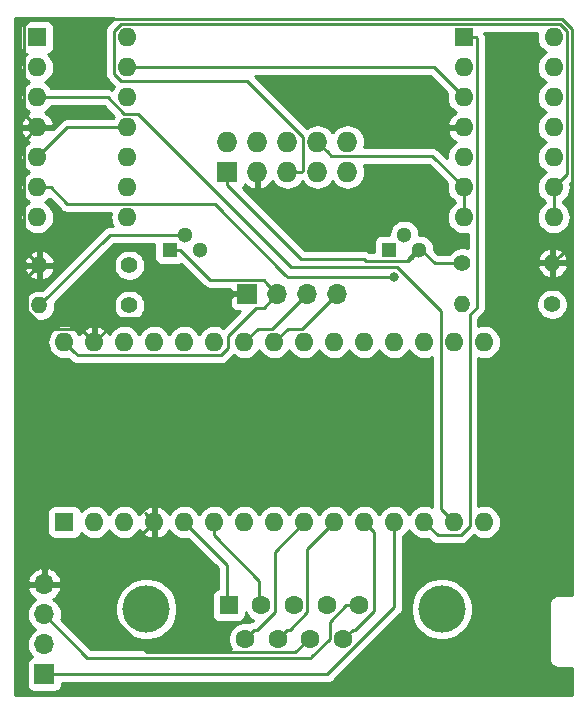
<source format=gbr>
G04 #@! TF.GenerationSoftware,KiCad,Pcbnew,(5.1.4)-1*
G04 #@! TF.CreationDate,2019-11-09T17:45:09+10:00*
G04 #@! TF.ProjectId,SegaControllerForApple2,53656761-436f-46e7-9472-6f6c6c657246,rev?*
G04 #@! TF.SameCoordinates,Original*
G04 #@! TF.FileFunction,Copper,L2,Bot*
G04 #@! TF.FilePolarity,Positive*
%FSLAX46Y46*%
G04 Gerber Fmt 4.6, Leading zero omitted, Abs format (unit mm)*
G04 Created by KiCad (PCBNEW (5.1.4)-1) date 2019-11-09 17:45:09*
%MOMM*%
%LPD*%
G04 APERTURE LIST*
%ADD10O,1.600000X1.600000*%
%ADD11R,1.600000X1.600000*%
%ADD12O,1.700000X1.700000*%
%ADD13R,1.700000X1.700000*%
%ADD14O,1.400000X1.400000*%
%ADD15C,1.400000*%
%ADD16R,1.300000X1.300000*%
%ADD17C,1.300000*%
%ADD18C,4.000000*%
%ADD19C,1.600000*%
%ADD20O,1.727200X1.727200*%
%ADD21R,1.727200X1.727200*%
%ADD22C,0.800000*%
%ADD23C,0.250000*%
%ADD24C,0.254000*%
G04 APERTURE END LIST*
D10*
X116520000Y-36200000D03*
X108900000Y-51440000D03*
X116520000Y-38740000D03*
X108900000Y-48900000D03*
X116520000Y-41280000D03*
X108900000Y-46360000D03*
X116520000Y-43820000D03*
X108900000Y-43820000D03*
X116520000Y-46360000D03*
X108900000Y-41280000D03*
X116520000Y-48900000D03*
X108900000Y-38740000D03*
X116520000Y-51440000D03*
D11*
X108900000Y-36200000D03*
D10*
X152620000Y-36200000D03*
X145000000Y-51440000D03*
X152620000Y-38740000D03*
X145000000Y-48900000D03*
X152620000Y-41280000D03*
X145000000Y-46360000D03*
X152620000Y-43820000D03*
X145000000Y-43820000D03*
X152620000Y-46360000D03*
X145000000Y-41280000D03*
X152620000Y-48900000D03*
X145000000Y-38740000D03*
X152620000Y-51440000D03*
D11*
X145000000Y-36200000D03*
D12*
X109500000Y-82520000D03*
X109500000Y-85060000D03*
X109500000Y-87600000D03*
D13*
X109500000Y-90140000D03*
D14*
X152520000Y-55300000D03*
D15*
X144900000Y-55300000D03*
D14*
X109080000Y-55500000D03*
D15*
X116700000Y-55500000D03*
D16*
X120100000Y-54200000D03*
D17*
X122640000Y-54200000D03*
X121370000Y-52930000D03*
D18*
X143140000Y-84600000D03*
X118140000Y-84600000D03*
D19*
X134795000Y-87140000D03*
X132025000Y-87140000D03*
X129255000Y-87140000D03*
X126485000Y-87140000D03*
X136180000Y-84300000D03*
X133410000Y-84300000D03*
X130640000Y-84300000D03*
X127870000Y-84300000D03*
D11*
X125100000Y-84300000D03*
D20*
X135160000Y-45060000D03*
X135160000Y-47600000D03*
X132620000Y-45060000D03*
X132620000Y-47600000D03*
X130080000Y-45060000D03*
X130080000Y-47600000D03*
X127540000Y-45060000D03*
X127540000Y-47600000D03*
X125000000Y-45060000D03*
D21*
X125000000Y-47600000D03*
D14*
X144880000Y-58800000D03*
D15*
X152500000Y-58800000D03*
D14*
X109080000Y-58900000D03*
D15*
X116700000Y-58900000D03*
D10*
X146750000Y-62000000D03*
X146750000Y-77240000D03*
X111190000Y-62000000D03*
X144210000Y-77240000D03*
X113730000Y-62000000D03*
X141670000Y-77240000D03*
X116270000Y-62000000D03*
X139130000Y-77240000D03*
X118810000Y-62000000D03*
X136590000Y-77240000D03*
X121350000Y-62000000D03*
X134050000Y-77240000D03*
X123890000Y-62000000D03*
X131510000Y-77240000D03*
X126430000Y-62000000D03*
X128970000Y-77240000D03*
X128970000Y-62000000D03*
X126430000Y-77240000D03*
X131510000Y-62000000D03*
X123890000Y-77240000D03*
X134050000Y-62000000D03*
X121350000Y-77240000D03*
X136590000Y-62000000D03*
X118810000Y-77240000D03*
X139130000Y-62000000D03*
X116270000Y-77240000D03*
X141670000Y-62000000D03*
X113730000Y-77240000D03*
X144210000Y-62000000D03*
D11*
X111190000Y-77240000D03*
D16*
X138700000Y-54200000D03*
D17*
X141240000Y-54200000D03*
X139970000Y-52930000D03*
D12*
X134320000Y-57900000D03*
X131780000Y-57900000D03*
X129240000Y-57900000D03*
D13*
X126700000Y-57900000D03*
D22*
X138000000Y-44400000D03*
X139100000Y-56500000D03*
D23*
X143084999Y-76114999D02*
X144210000Y-77240000D01*
X139322993Y-55649991D02*
X143084999Y-59411997D01*
X143084999Y-59411997D02*
X143084999Y-76114999D01*
X130349991Y-55649991D02*
X137050009Y-55649991D01*
X137050009Y-55649991D02*
X139322993Y-55649991D01*
X134586401Y-55649991D02*
X137050009Y-55649991D01*
X108900000Y-41280000D02*
X114854998Y-41280000D01*
X114854998Y-41280000D02*
X116269997Y-42694999D01*
X116269997Y-42694999D02*
X117394999Y-42694999D01*
X117394999Y-42694999D02*
X130349991Y-55649991D01*
X146125001Y-36275001D02*
X146050000Y-36200000D01*
X146125001Y-59072001D02*
X146125001Y-36275001D01*
X145500000Y-59697002D02*
X146125001Y-59072001D01*
X145500000Y-77615002D02*
X145500000Y-59697002D01*
X144750001Y-78365001D02*
X145500000Y-77615002D01*
X146050000Y-36200000D02*
X145000000Y-36200000D01*
X142795001Y-78365001D02*
X144750001Y-78365001D01*
X141670000Y-77240000D02*
X142795001Y-78365001D01*
X127713000Y-82194370D02*
X127713000Y-84300000D01*
X123890000Y-78371370D02*
X127713000Y-82194370D01*
X123890000Y-77240000D02*
X123890000Y-78371370D01*
X124943000Y-80833000D02*
X121350000Y-77240000D01*
X124943000Y-84300000D02*
X124943000Y-80833000D01*
X137389999Y-78039999D02*
X136590000Y-77240000D01*
X137389999Y-84755003D02*
X137389999Y-78039999D01*
X135805001Y-86340001D02*
X137389999Y-84755003D01*
X135594999Y-86340001D02*
X135805001Y-86340001D01*
X134795000Y-87140000D02*
X135594999Y-86340001D01*
X130054999Y-86340001D02*
X129255000Y-87140000D01*
X130265001Y-86340001D02*
X130054999Y-86340001D01*
X131765001Y-84840001D02*
X130265001Y-86340001D01*
X131765001Y-79524999D02*
X131765001Y-84840001D01*
X134050000Y-77240000D02*
X131765001Y-79524999D01*
X127284999Y-86340001D02*
X126485000Y-87140000D01*
X127495001Y-86340001D02*
X127284999Y-86340001D01*
X128995001Y-84840001D02*
X127495001Y-86340001D01*
X128995001Y-79754999D02*
X128995001Y-84840001D01*
X131510000Y-77240000D02*
X128995001Y-79754999D01*
X133470001Y-58749999D02*
X134320000Y-57900000D01*
X131345001Y-60874999D02*
X133470001Y-58749999D01*
X130095001Y-60874999D02*
X131345001Y-60874999D01*
X128970000Y-62000000D02*
X130095001Y-60874999D01*
X130930001Y-58749999D02*
X131780000Y-57900000D01*
X128805001Y-60874999D02*
X130930001Y-58749999D01*
X127555001Y-60874999D02*
X128805001Y-60874999D01*
X126430000Y-62000000D02*
X127555001Y-60874999D01*
X142460000Y-38740000D02*
X145000000Y-41280000D01*
X116520000Y-38740000D02*
X142460000Y-38740000D01*
X115050000Y-52930000D02*
X121370000Y-52930000D01*
X109080000Y-58900000D02*
X115050000Y-52930000D01*
X153419999Y-48100001D02*
X152620000Y-48900000D01*
X153745001Y-47774999D02*
X153419999Y-48100001D01*
X153160001Y-35074999D02*
X153745001Y-35659999D01*
X115979999Y-35074999D02*
X153160001Y-35074999D01*
X115394999Y-35659999D02*
X115979999Y-35074999D01*
X115394999Y-39280001D02*
X115394999Y-35659999D01*
X115979999Y-39865001D02*
X115394999Y-39280001D01*
X126644131Y-39865001D02*
X115979999Y-39865001D01*
X131431399Y-44652269D02*
X126644131Y-39865001D01*
X131431399Y-47469915D02*
X131431399Y-44652269D01*
X131301314Y-47600000D02*
X131431399Y-47469915D01*
X153745001Y-35659999D02*
X153745001Y-47774999D01*
X130080000Y-47600000D02*
X131301314Y-47600000D01*
X152620000Y-50031370D02*
X152620000Y-51440000D01*
X152620000Y-48900000D02*
X152620000Y-50031370D01*
X145000000Y-50308630D02*
X145000000Y-48900000D01*
X145000000Y-51440000D02*
X145000000Y-50308630D01*
X133483599Y-45923599D02*
X132620000Y-45060000D01*
X133808601Y-46248601D02*
X133483599Y-45923599D01*
X142348601Y-46248601D02*
X133808601Y-46248601D01*
X145000000Y-48900000D02*
X142348601Y-46248601D01*
X118010001Y-76440001D02*
X118810000Y-77240000D01*
X113530000Y-82520000D02*
X109500000Y-82520000D01*
X118810000Y-77240000D02*
X113530000Y-82520000D01*
X130742999Y-88265001D02*
X131868000Y-87140000D01*
X118206999Y-88265001D02*
X130742999Y-88265001D01*
X112461998Y-82520000D02*
X118206999Y-88265001D01*
X109500000Y-82520000D02*
X112461998Y-82520000D01*
X108100001Y-44619999D02*
X108900000Y-43820000D01*
X107774999Y-44945001D02*
X108100001Y-44619999D01*
X107774999Y-54194999D02*
X107774999Y-44945001D01*
X109080000Y-55500000D02*
X107774999Y-54194999D01*
X153219999Y-54600001D02*
X152520000Y-55300000D01*
X154195011Y-53624989D02*
X153219999Y-54600001D01*
X154195011Y-35473599D02*
X154195011Y-53624989D01*
X153346394Y-34624982D02*
X154195011Y-35473599D01*
X107774999Y-35139999D02*
X108290017Y-34624982D01*
X107774999Y-42694999D02*
X107774999Y-35139999D01*
X108290017Y-34624982D02*
X153346394Y-34624982D01*
X108900000Y-43820000D02*
X107774999Y-42694999D01*
X112930001Y-61200001D02*
X113730000Y-62000000D01*
X112604999Y-60874999D02*
X112930001Y-61200001D01*
X109537997Y-60874999D02*
X112604999Y-60874999D01*
X108054999Y-59392001D02*
X109537997Y-60874999D01*
X108054999Y-56525001D02*
X108054999Y-59392001D01*
X109080000Y-55500000D02*
X108054999Y-56525001D01*
X125600000Y-57900000D02*
X126700000Y-57900000D01*
X123574999Y-59925001D02*
X125600000Y-57900000D01*
X115804999Y-59925001D02*
X123574999Y-59925001D01*
X113730000Y-62000000D02*
X115804999Y-59925001D01*
X138580000Y-43820000D02*
X138000000Y-44400000D01*
X145000000Y-43820000D02*
X138580000Y-43820000D01*
X111440000Y-43820000D02*
X108900000Y-46360000D01*
X116520000Y-43820000D02*
X111440000Y-43820000D01*
X128390001Y-57050001D02*
X129240000Y-57900000D01*
X128064999Y-56724999D02*
X128390001Y-57050001D01*
X123524999Y-56724999D02*
X128064999Y-56724999D01*
X121000000Y-54200000D02*
X123524999Y-56724999D01*
X120100000Y-54200000D02*
X121000000Y-54200000D01*
X111989999Y-62799999D02*
X111190000Y-62000000D01*
X112315001Y-63125001D02*
X111989999Y-62799999D01*
X124430001Y-63125001D02*
X112315001Y-63125001D01*
X125015001Y-62540001D02*
X124430001Y-63125001D01*
X125015001Y-61484999D02*
X125015001Y-62540001D01*
X127424999Y-59075001D02*
X125015001Y-61484999D01*
X128064999Y-59075001D02*
X127424999Y-59075001D01*
X129240000Y-57900000D02*
X128064999Y-59075001D01*
X113155011Y-88715011D02*
X132114991Y-88715011D01*
X109500000Y-85060000D02*
X113155011Y-88715011D01*
X135048630Y-84300000D02*
X136180000Y-84300000D01*
X133669999Y-85678631D02*
X135048630Y-84300000D01*
X133669999Y-87130001D02*
X133669999Y-85678631D01*
X132114991Y-88685009D02*
X133669999Y-87130001D01*
X132114991Y-88715011D02*
X132114991Y-88685009D01*
X140590001Y-54649999D02*
X141240000Y-54000000D01*
X140264999Y-54975001D02*
X140590001Y-54649999D01*
X125000000Y-48713600D02*
X131261401Y-54975001D01*
X125000000Y-47600000D02*
X125000000Y-48713600D01*
X142540000Y-55300000D02*
X144900000Y-55300000D01*
X141240000Y-54000000D02*
X142540000Y-55300000D01*
X140590001Y-54849999D02*
X141240000Y-54200000D01*
X140264999Y-55175001D02*
X140590001Y-54849999D01*
X136775001Y-55175001D02*
X140264999Y-55175001D01*
X136575001Y-54975001D02*
X136775001Y-55175001D01*
X131261401Y-54975001D02*
X136575001Y-54975001D01*
X139130000Y-84470002D02*
X139130000Y-83730000D01*
X133460002Y-90140000D02*
X139130000Y-84470002D01*
X109500000Y-90140000D02*
X133460002Y-90140000D01*
X139130000Y-84313002D02*
X139130000Y-83730000D01*
X139130000Y-83730000D02*
X139130000Y-77240000D01*
X108900000Y-48900000D02*
X110031370Y-48900000D01*
X111446369Y-50314999D02*
X123914999Y-50314999D01*
X110031370Y-48900000D02*
X111446369Y-50314999D01*
X130100000Y-56500000D02*
X139100000Y-56500000D01*
X129800000Y-56200000D02*
X130100000Y-56500000D01*
X129800000Y-56200000D02*
X129900000Y-56300000D01*
X123914999Y-50314999D02*
X129800000Y-56200000D01*
D24*
G36*
X115416199Y-34563997D02*
G01*
X114883997Y-35096200D01*
X114854999Y-35119998D01*
X114831201Y-35148996D01*
X114831200Y-35148997D01*
X114760025Y-35235723D01*
X114689453Y-35367753D01*
X114668653Y-35436324D01*
X114649558Y-35499276D01*
X114645997Y-35511014D01*
X114631323Y-35659999D01*
X114635000Y-35697331D01*
X114634999Y-39242678D01*
X114631323Y-39280001D01*
X114634999Y-39317323D01*
X114634999Y-39317333D01*
X114645996Y-39428986D01*
X114680005Y-39541101D01*
X114689453Y-39572247D01*
X114760025Y-39704277D01*
X114799870Y-39752827D01*
X114854998Y-39820002D01*
X114884001Y-39843804D01*
X115410330Y-40370133D01*
X115321068Y-40478899D01*
X115242716Y-40625485D01*
X115147245Y-40574454D01*
X115003984Y-40530997D01*
X114892331Y-40520000D01*
X114892320Y-40520000D01*
X114854998Y-40516324D01*
X114817676Y-40520000D01*
X110120901Y-40520000D01*
X110098932Y-40478899D01*
X109919608Y-40260392D01*
X109701101Y-40081068D01*
X109568142Y-40010000D01*
X109701101Y-39938932D01*
X109919608Y-39759608D01*
X110098932Y-39541101D01*
X110232182Y-39291808D01*
X110314236Y-39021309D01*
X110341943Y-38740000D01*
X110314236Y-38458691D01*
X110232182Y-38188192D01*
X110098932Y-37938899D01*
X109919608Y-37720392D01*
X109806518Y-37627581D01*
X109824482Y-37625812D01*
X109944180Y-37589502D01*
X110054494Y-37530537D01*
X110151185Y-37451185D01*
X110230537Y-37354494D01*
X110289502Y-37244180D01*
X110325812Y-37124482D01*
X110338072Y-37000000D01*
X110338072Y-35400000D01*
X110325812Y-35275518D01*
X110289502Y-35155820D01*
X110230537Y-35045506D01*
X110151185Y-34948815D01*
X110054494Y-34869463D01*
X109944180Y-34810498D01*
X109824482Y-34774188D01*
X109700000Y-34761928D01*
X108100000Y-34761928D01*
X107975518Y-34774188D01*
X107855820Y-34810498D01*
X107745506Y-34869463D01*
X107648815Y-34948815D01*
X107569463Y-35045506D01*
X107510498Y-35155820D01*
X107474188Y-35275518D01*
X107461928Y-35400000D01*
X107461928Y-37000000D01*
X107474188Y-37124482D01*
X107510498Y-37244180D01*
X107569463Y-37354494D01*
X107648815Y-37451185D01*
X107745506Y-37530537D01*
X107855820Y-37589502D01*
X107975518Y-37625812D01*
X107993482Y-37627581D01*
X107880392Y-37720392D01*
X107701068Y-37938899D01*
X107567818Y-38188192D01*
X107485764Y-38458691D01*
X107458057Y-38740000D01*
X107485764Y-39021309D01*
X107567818Y-39291808D01*
X107701068Y-39541101D01*
X107880392Y-39759608D01*
X108098899Y-39938932D01*
X108231858Y-40010000D01*
X108098899Y-40081068D01*
X107880392Y-40260392D01*
X107701068Y-40478899D01*
X107567818Y-40728192D01*
X107485764Y-40998691D01*
X107458057Y-41280000D01*
X107485764Y-41561309D01*
X107567818Y-41831808D01*
X107701068Y-42081101D01*
X107880392Y-42299608D01*
X108098899Y-42478932D01*
X108236682Y-42552579D01*
X108044869Y-42667615D01*
X107836481Y-42856586D01*
X107668963Y-43082580D01*
X107548754Y-43336913D01*
X107508096Y-43470961D01*
X107630085Y-43693000D01*
X108773000Y-43693000D01*
X108773000Y-43673000D01*
X109027000Y-43673000D01*
X109027000Y-43693000D01*
X110169915Y-43693000D01*
X110291904Y-43470961D01*
X110251246Y-43336913D01*
X110131037Y-43082580D01*
X109963519Y-42856586D01*
X109755131Y-42667615D01*
X109563318Y-42552579D01*
X109701101Y-42478932D01*
X109919608Y-42299608D01*
X110098932Y-42081101D01*
X110120901Y-42040000D01*
X114540197Y-42040000D01*
X115410330Y-42910133D01*
X115321068Y-43018899D01*
X115299099Y-43060000D01*
X111477322Y-43060000D01*
X111439999Y-43056324D01*
X111402676Y-43060000D01*
X111402667Y-43060000D01*
X111291014Y-43070997D01*
X111147753Y-43114454D01*
X111015724Y-43185026D01*
X111015722Y-43185027D01*
X111015723Y-43185027D01*
X110928996Y-43256201D01*
X110928992Y-43256205D01*
X110899999Y-43279999D01*
X110876205Y-43308992D01*
X110194127Y-43991070D01*
X110169915Y-43947000D01*
X109027000Y-43947000D01*
X109027000Y-43967000D01*
X108773000Y-43967000D01*
X108773000Y-43947000D01*
X107630085Y-43947000D01*
X107508096Y-44169039D01*
X107548754Y-44303087D01*
X107668963Y-44557420D01*
X107836481Y-44783414D01*
X108044869Y-44972385D01*
X108236682Y-45087421D01*
X108098899Y-45161068D01*
X107880392Y-45340392D01*
X107701068Y-45558899D01*
X107567818Y-45808192D01*
X107485764Y-46078691D01*
X107458057Y-46360000D01*
X107485764Y-46641309D01*
X107567818Y-46911808D01*
X107701068Y-47161101D01*
X107880392Y-47379608D01*
X108098899Y-47558932D01*
X108231858Y-47630000D01*
X108098899Y-47701068D01*
X107880392Y-47880392D01*
X107701068Y-48098899D01*
X107567818Y-48348192D01*
X107485764Y-48618691D01*
X107458057Y-48900000D01*
X107485764Y-49181309D01*
X107567818Y-49451808D01*
X107701068Y-49701101D01*
X107880392Y-49919608D01*
X108098899Y-50098932D01*
X108231858Y-50170000D01*
X108098899Y-50241068D01*
X107880392Y-50420392D01*
X107701068Y-50638899D01*
X107567818Y-50888192D01*
X107485764Y-51158691D01*
X107458057Y-51440000D01*
X107485764Y-51721309D01*
X107567818Y-51991808D01*
X107701068Y-52241101D01*
X107880392Y-52459608D01*
X108098899Y-52638932D01*
X108348192Y-52772182D01*
X108618691Y-52854236D01*
X108829508Y-52875000D01*
X108970492Y-52875000D01*
X109181309Y-52854236D01*
X109451808Y-52772182D01*
X109701101Y-52638932D01*
X109919608Y-52459608D01*
X110098932Y-52241101D01*
X110232182Y-51991808D01*
X110314236Y-51721309D01*
X110341943Y-51440000D01*
X110314236Y-51158691D01*
X110232182Y-50888192D01*
X110098932Y-50638899D01*
X109919608Y-50420392D01*
X109701101Y-50241068D01*
X109568142Y-50170000D01*
X109701101Y-50098932D01*
X109919608Y-49919608D01*
X109945107Y-49888538D01*
X110882569Y-50826001D01*
X110906368Y-50855000D01*
X111022093Y-50949973D01*
X111154122Y-51020545D01*
X111297383Y-51064002D01*
X111409036Y-51074999D01*
X111409044Y-51074999D01*
X111446369Y-51078675D01*
X111483694Y-51074999D01*
X115131151Y-51074999D01*
X115105764Y-51158691D01*
X115078057Y-51440000D01*
X115105764Y-51721309D01*
X115187818Y-51991808D01*
X115283064Y-52170000D01*
X115087323Y-52170000D01*
X115050000Y-52166324D01*
X115012677Y-52170000D01*
X115012667Y-52170000D01*
X114901014Y-52180997D01*
X114757753Y-52224454D01*
X114625723Y-52295026D01*
X114542083Y-52363668D01*
X114509999Y-52389999D01*
X114486201Y-52418997D01*
X109322749Y-57582450D01*
X109145579Y-57565000D01*
X109014421Y-57565000D01*
X108818294Y-57584317D01*
X108566646Y-57660653D01*
X108334725Y-57784618D01*
X108131445Y-57951445D01*
X107964618Y-58154725D01*
X107840653Y-58386646D01*
X107764317Y-58638294D01*
X107738541Y-58900000D01*
X107764317Y-59161706D01*
X107840653Y-59413354D01*
X107964618Y-59645275D01*
X108131445Y-59848555D01*
X108334725Y-60015382D01*
X108566646Y-60139347D01*
X108818294Y-60215683D01*
X109014421Y-60235000D01*
X109145579Y-60235000D01*
X109341706Y-60215683D01*
X109593354Y-60139347D01*
X109825275Y-60015382D01*
X110028555Y-59848555D01*
X110195382Y-59645275D01*
X110319347Y-59413354D01*
X110395683Y-59161706D01*
X110421459Y-58900000D01*
X110408509Y-58768514D01*
X115365000Y-58768514D01*
X115365000Y-59031486D01*
X115416304Y-59289405D01*
X115516939Y-59532359D01*
X115663038Y-59751013D01*
X115848987Y-59936962D01*
X116067641Y-60083061D01*
X116310595Y-60183696D01*
X116568514Y-60235000D01*
X116831486Y-60235000D01*
X117089405Y-60183696D01*
X117332359Y-60083061D01*
X117551013Y-59936962D01*
X117736962Y-59751013D01*
X117883061Y-59532359D01*
X117983696Y-59289405D01*
X118035000Y-59031486D01*
X118035000Y-58768514D01*
X117983696Y-58510595D01*
X117883061Y-58267641D01*
X117736962Y-58048987D01*
X117551013Y-57863038D01*
X117332359Y-57716939D01*
X117089405Y-57616304D01*
X116831486Y-57565000D01*
X116568514Y-57565000D01*
X116310595Y-57616304D01*
X116067641Y-57716939D01*
X115848987Y-57863038D01*
X115663038Y-58048987D01*
X115516939Y-58267641D01*
X115416304Y-58510595D01*
X115365000Y-58768514D01*
X110408509Y-58768514D01*
X110397550Y-58657251D01*
X113686287Y-55368514D01*
X115365000Y-55368514D01*
X115365000Y-55631486D01*
X115416304Y-55889405D01*
X115516939Y-56132359D01*
X115663038Y-56351013D01*
X115848987Y-56536962D01*
X116067641Y-56683061D01*
X116310595Y-56783696D01*
X116568514Y-56835000D01*
X116831486Y-56835000D01*
X117089405Y-56783696D01*
X117332359Y-56683061D01*
X117551013Y-56536962D01*
X117736962Y-56351013D01*
X117883061Y-56132359D01*
X117983696Y-55889405D01*
X118035000Y-55631486D01*
X118035000Y-55368514D01*
X117983696Y-55110595D01*
X117883061Y-54867641D01*
X117736962Y-54648987D01*
X117551013Y-54463038D01*
X117332359Y-54316939D01*
X117089405Y-54216304D01*
X116831486Y-54165000D01*
X116568514Y-54165000D01*
X116310595Y-54216304D01*
X116067641Y-54316939D01*
X115848987Y-54463038D01*
X115663038Y-54648987D01*
X115516939Y-54867641D01*
X115416304Y-55110595D01*
X115365000Y-55368514D01*
X113686287Y-55368514D01*
X115364802Y-53690000D01*
X118811928Y-53690000D01*
X118811928Y-54850000D01*
X118824188Y-54974482D01*
X118860498Y-55094180D01*
X118919463Y-55204494D01*
X118998815Y-55301185D01*
X119095506Y-55380537D01*
X119205820Y-55439502D01*
X119325518Y-55475812D01*
X119450000Y-55488072D01*
X120750000Y-55488072D01*
X120874482Y-55475812D01*
X120994180Y-55439502D01*
X121104494Y-55380537D01*
X121105176Y-55379977D01*
X122961199Y-57236001D01*
X122984998Y-57265000D01*
X123100723Y-57359973D01*
X123232752Y-57430545D01*
X123376013Y-57474002D01*
X123487666Y-57484999D01*
X123487676Y-57484999D01*
X123524999Y-57488675D01*
X123562322Y-57484999D01*
X125214296Y-57484999D01*
X125215000Y-57614250D01*
X125373750Y-57773000D01*
X126573000Y-57773000D01*
X126573000Y-57753000D01*
X126827000Y-57753000D01*
X126827000Y-57773000D01*
X126847000Y-57773000D01*
X126847000Y-58027000D01*
X126827000Y-58027000D01*
X126827000Y-58047000D01*
X126573000Y-58047000D01*
X126573000Y-58027000D01*
X125373750Y-58027000D01*
X125215000Y-58185750D01*
X125211928Y-58750000D01*
X125224188Y-58874482D01*
X125260498Y-58994180D01*
X125319463Y-59104494D01*
X125398815Y-59201185D01*
X125495506Y-59280537D01*
X125605820Y-59339502D01*
X125725518Y-59375812D01*
X125850000Y-59388072D01*
X126038151Y-59387048D01*
X124647458Y-60777741D01*
X124441808Y-60667818D01*
X124171309Y-60585764D01*
X123960492Y-60565000D01*
X123819508Y-60565000D01*
X123608691Y-60585764D01*
X123338192Y-60667818D01*
X123088899Y-60801068D01*
X122870392Y-60980392D01*
X122691068Y-61198899D01*
X122620000Y-61331858D01*
X122548932Y-61198899D01*
X122369608Y-60980392D01*
X122151101Y-60801068D01*
X121901808Y-60667818D01*
X121631309Y-60585764D01*
X121420492Y-60565000D01*
X121279508Y-60565000D01*
X121068691Y-60585764D01*
X120798192Y-60667818D01*
X120548899Y-60801068D01*
X120330392Y-60980392D01*
X120151068Y-61198899D01*
X120080000Y-61331858D01*
X120008932Y-61198899D01*
X119829608Y-60980392D01*
X119611101Y-60801068D01*
X119361808Y-60667818D01*
X119091309Y-60585764D01*
X118880492Y-60565000D01*
X118739508Y-60565000D01*
X118528691Y-60585764D01*
X118258192Y-60667818D01*
X118008899Y-60801068D01*
X117790392Y-60980392D01*
X117611068Y-61198899D01*
X117540000Y-61331858D01*
X117468932Y-61198899D01*
X117289608Y-60980392D01*
X117071101Y-60801068D01*
X116821808Y-60667818D01*
X116551309Y-60585764D01*
X116340492Y-60565000D01*
X116199508Y-60565000D01*
X115988691Y-60585764D01*
X115718192Y-60667818D01*
X115468899Y-60801068D01*
X115250392Y-60980392D01*
X115071068Y-61198899D01*
X114997421Y-61336682D01*
X114882385Y-61144869D01*
X114693414Y-60936481D01*
X114467420Y-60768963D01*
X114213087Y-60648754D01*
X114079039Y-60608096D01*
X113857000Y-60730085D01*
X113857000Y-61873000D01*
X113877000Y-61873000D01*
X113877000Y-62127000D01*
X113857000Y-62127000D01*
X113857000Y-62147000D01*
X113603000Y-62147000D01*
X113603000Y-62127000D01*
X113583000Y-62127000D01*
X113583000Y-61873000D01*
X113603000Y-61873000D01*
X113603000Y-60730085D01*
X113380961Y-60608096D01*
X113246913Y-60648754D01*
X112992580Y-60768963D01*
X112766586Y-60936481D01*
X112577615Y-61144869D01*
X112462579Y-61336682D01*
X112388932Y-61198899D01*
X112209608Y-60980392D01*
X111991101Y-60801068D01*
X111741808Y-60667818D01*
X111471309Y-60585764D01*
X111260492Y-60565000D01*
X111119508Y-60565000D01*
X110908691Y-60585764D01*
X110638192Y-60667818D01*
X110388899Y-60801068D01*
X110170392Y-60980392D01*
X109991068Y-61198899D01*
X109857818Y-61448192D01*
X109775764Y-61718691D01*
X109748057Y-62000000D01*
X109775764Y-62281309D01*
X109857818Y-62551808D01*
X109991068Y-62801101D01*
X110170392Y-63019608D01*
X110388899Y-63198932D01*
X110638192Y-63332182D01*
X110908691Y-63414236D01*
X111119508Y-63435000D01*
X111260492Y-63435000D01*
X111471309Y-63414236D01*
X111515907Y-63400708D01*
X111751197Y-63635998D01*
X111775000Y-63665002D01*
X111890725Y-63759975D01*
X112022754Y-63830547D01*
X112166015Y-63874004D01*
X112277668Y-63885001D01*
X112277677Y-63885001D01*
X112315000Y-63888677D01*
X112352323Y-63885001D01*
X124392679Y-63885001D01*
X124430001Y-63888677D01*
X124467323Y-63885001D01*
X124467334Y-63885001D01*
X124578987Y-63874004D01*
X124722248Y-63830547D01*
X124854277Y-63759975D01*
X124970002Y-63665002D01*
X124993804Y-63635999D01*
X125520133Y-63109670D01*
X125628899Y-63198932D01*
X125878192Y-63332182D01*
X126148691Y-63414236D01*
X126359508Y-63435000D01*
X126500492Y-63435000D01*
X126711309Y-63414236D01*
X126981808Y-63332182D01*
X127231101Y-63198932D01*
X127449608Y-63019608D01*
X127628932Y-62801101D01*
X127700000Y-62668142D01*
X127771068Y-62801101D01*
X127950392Y-63019608D01*
X128168899Y-63198932D01*
X128418192Y-63332182D01*
X128688691Y-63414236D01*
X128899508Y-63435000D01*
X129040492Y-63435000D01*
X129251309Y-63414236D01*
X129521808Y-63332182D01*
X129771101Y-63198932D01*
X129989608Y-63019608D01*
X130168932Y-62801101D01*
X130240000Y-62668142D01*
X130311068Y-62801101D01*
X130490392Y-63019608D01*
X130708899Y-63198932D01*
X130958192Y-63332182D01*
X131228691Y-63414236D01*
X131439508Y-63435000D01*
X131580492Y-63435000D01*
X131791309Y-63414236D01*
X132061808Y-63332182D01*
X132311101Y-63198932D01*
X132529608Y-63019608D01*
X132708932Y-62801101D01*
X132780000Y-62668142D01*
X132851068Y-62801101D01*
X133030392Y-63019608D01*
X133248899Y-63198932D01*
X133498192Y-63332182D01*
X133768691Y-63414236D01*
X133979508Y-63435000D01*
X134120492Y-63435000D01*
X134331309Y-63414236D01*
X134601808Y-63332182D01*
X134851101Y-63198932D01*
X135069608Y-63019608D01*
X135248932Y-62801101D01*
X135320000Y-62668142D01*
X135391068Y-62801101D01*
X135570392Y-63019608D01*
X135788899Y-63198932D01*
X136038192Y-63332182D01*
X136308691Y-63414236D01*
X136519508Y-63435000D01*
X136660492Y-63435000D01*
X136871309Y-63414236D01*
X137141808Y-63332182D01*
X137391101Y-63198932D01*
X137609608Y-63019608D01*
X137788932Y-62801101D01*
X137860000Y-62668142D01*
X137931068Y-62801101D01*
X138110392Y-63019608D01*
X138328899Y-63198932D01*
X138578192Y-63332182D01*
X138848691Y-63414236D01*
X139059508Y-63435000D01*
X139200492Y-63435000D01*
X139411309Y-63414236D01*
X139681808Y-63332182D01*
X139931101Y-63198932D01*
X140149608Y-63019608D01*
X140328932Y-62801101D01*
X140400000Y-62668142D01*
X140471068Y-62801101D01*
X140650392Y-63019608D01*
X140868899Y-63198932D01*
X141118192Y-63332182D01*
X141388691Y-63414236D01*
X141599508Y-63435000D01*
X141740492Y-63435000D01*
X141951309Y-63414236D01*
X142221808Y-63332182D01*
X142324999Y-63277025D01*
X142325000Y-75962975D01*
X142221808Y-75907818D01*
X141951309Y-75825764D01*
X141740492Y-75805000D01*
X141599508Y-75805000D01*
X141388691Y-75825764D01*
X141118192Y-75907818D01*
X140868899Y-76041068D01*
X140650392Y-76220392D01*
X140471068Y-76438899D01*
X140400000Y-76571858D01*
X140328932Y-76438899D01*
X140149608Y-76220392D01*
X139931101Y-76041068D01*
X139681808Y-75907818D01*
X139411309Y-75825764D01*
X139200492Y-75805000D01*
X139059508Y-75805000D01*
X138848691Y-75825764D01*
X138578192Y-75907818D01*
X138328899Y-76041068D01*
X138110392Y-76220392D01*
X137931068Y-76438899D01*
X137860000Y-76571858D01*
X137788932Y-76438899D01*
X137609608Y-76220392D01*
X137391101Y-76041068D01*
X137141808Y-75907818D01*
X136871309Y-75825764D01*
X136660492Y-75805000D01*
X136519508Y-75805000D01*
X136308691Y-75825764D01*
X136038192Y-75907818D01*
X135788899Y-76041068D01*
X135570392Y-76220392D01*
X135391068Y-76438899D01*
X135320000Y-76571858D01*
X135248932Y-76438899D01*
X135069608Y-76220392D01*
X134851101Y-76041068D01*
X134601808Y-75907818D01*
X134331309Y-75825764D01*
X134120492Y-75805000D01*
X133979508Y-75805000D01*
X133768691Y-75825764D01*
X133498192Y-75907818D01*
X133248899Y-76041068D01*
X133030392Y-76220392D01*
X132851068Y-76438899D01*
X132780000Y-76571858D01*
X132708932Y-76438899D01*
X132529608Y-76220392D01*
X132311101Y-76041068D01*
X132061808Y-75907818D01*
X131791309Y-75825764D01*
X131580492Y-75805000D01*
X131439508Y-75805000D01*
X131228691Y-75825764D01*
X130958192Y-75907818D01*
X130708899Y-76041068D01*
X130490392Y-76220392D01*
X130311068Y-76438899D01*
X130240000Y-76571858D01*
X130168932Y-76438899D01*
X129989608Y-76220392D01*
X129771101Y-76041068D01*
X129521808Y-75907818D01*
X129251309Y-75825764D01*
X129040492Y-75805000D01*
X128899508Y-75805000D01*
X128688691Y-75825764D01*
X128418192Y-75907818D01*
X128168899Y-76041068D01*
X127950392Y-76220392D01*
X127771068Y-76438899D01*
X127700000Y-76571858D01*
X127628932Y-76438899D01*
X127449608Y-76220392D01*
X127231101Y-76041068D01*
X126981808Y-75907818D01*
X126711309Y-75825764D01*
X126500492Y-75805000D01*
X126359508Y-75805000D01*
X126148691Y-75825764D01*
X125878192Y-75907818D01*
X125628899Y-76041068D01*
X125410392Y-76220392D01*
X125231068Y-76438899D01*
X125160000Y-76571858D01*
X125088932Y-76438899D01*
X124909608Y-76220392D01*
X124691101Y-76041068D01*
X124441808Y-75907818D01*
X124171309Y-75825764D01*
X123960492Y-75805000D01*
X123819508Y-75805000D01*
X123608691Y-75825764D01*
X123338192Y-75907818D01*
X123088899Y-76041068D01*
X122870392Y-76220392D01*
X122691068Y-76438899D01*
X122620000Y-76571858D01*
X122548932Y-76438899D01*
X122369608Y-76220392D01*
X122151101Y-76041068D01*
X121901808Y-75907818D01*
X121631309Y-75825764D01*
X121420492Y-75805000D01*
X121279508Y-75805000D01*
X121068691Y-75825764D01*
X120798192Y-75907818D01*
X120548899Y-76041068D01*
X120330392Y-76220392D01*
X120151068Y-76438899D01*
X120077421Y-76576682D01*
X119962385Y-76384869D01*
X119773414Y-76176481D01*
X119547420Y-76008963D01*
X119293087Y-75888754D01*
X119159039Y-75848096D01*
X118937000Y-75970085D01*
X118937000Y-77113000D01*
X118957000Y-77113000D01*
X118957000Y-77367000D01*
X118937000Y-77367000D01*
X118937000Y-78509915D01*
X119159039Y-78631904D01*
X119293087Y-78591246D01*
X119547420Y-78471037D01*
X119773414Y-78303519D01*
X119962385Y-78095131D01*
X120077421Y-77903318D01*
X120151068Y-78041101D01*
X120330392Y-78259608D01*
X120548899Y-78438932D01*
X120798192Y-78572182D01*
X121068691Y-78654236D01*
X121279508Y-78675000D01*
X121420492Y-78675000D01*
X121631309Y-78654236D01*
X121675906Y-78640708D01*
X124183001Y-81147803D01*
X124183000Y-82873451D01*
X124175518Y-82874188D01*
X124055820Y-82910498D01*
X123945506Y-82969463D01*
X123848815Y-83048815D01*
X123769463Y-83145506D01*
X123710498Y-83255820D01*
X123674188Y-83375518D01*
X123661928Y-83500000D01*
X123661928Y-85100000D01*
X123674188Y-85224482D01*
X123710498Y-85344180D01*
X123769463Y-85454494D01*
X123848815Y-85551185D01*
X123945506Y-85630537D01*
X124055820Y-85689502D01*
X124175518Y-85725812D01*
X124300000Y-85738072D01*
X125900000Y-85738072D01*
X126024482Y-85725812D01*
X126144180Y-85689502D01*
X126254494Y-85630537D01*
X126351185Y-85551185D01*
X126430537Y-85454494D01*
X126489502Y-85344180D01*
X126525812Y-85224482D01*
X126538072Y-85100000D01*
X126538072Y-84834275D01*
X126598320Y-84979727D01*
X126755363Y-85214759D01*
X126955241Y-85414637D01*
X127189223Y-85570978D01*
X127172829Y-85587372D01*
X127136013Y-85590998D01*
X126992752Y-85634455D01*
X126860723Y-85705027D01*
X126860721Y-85705028D01*
X126860722Y-85705028D01*
X126815022Y-85742533D01*
X126626335Y-85705000D01*
X126343665Y-85705000D01*
X126066426Y-85760147D01*
X125805273Y-85868320D01*
X125570241Y-86025363D01*
X125370363Y-86225241D01*
X125213320Y-86460273D01*
X125105147Y-86721426D01*
X125050000Y-86998665D01*
X125050000Y-87281335D01*
X125105147Y-87558574D01*
X125213320Y-87819727D01*
X125303714Y-87955011D01*
X113469813Y-87955011D01*
X110940797Y-85425996D01*
X110963513Y-85351111D01*
X110992185Y-85060000D01*
X110963513Y-84768889D01*
X110878599Y-84488966D01*
X110799230Y-84340475D01*
X115505000Y-84340475D01*
X115505000Y-84859525D01*
X115606261Y-85368601D01*
X115804893Y-85848141D01*
X116093262Y-86279715D01*
X116460285Y-86646738D01*
X116891859Y-86935107D01*
X117371399Y-87133739D01*
X117880475Y-87235000D01*
X118399525Y-87235000D01*
X118908601Y-87133739D01*
X119388141Y-86935107D01*
X119819715Y-86646738D01*
X120186738Y-86279715D01*
X120475107Y-85848141D01*
X120673739Y-85368601D01*
X120775000Y-84859525D01*
X120775000Y-84340475D01*
X120673739Y-83831399D01*
X120475107Y-83351859D01*
X120186738Y-82920285D01*
X119819715Y-82553262D01*
X119388141Y-82264893D01*
X118908601Y-82066261D01*
X118399525Y-81965000D01*
X117880475Y-81965000D01*
X117371399Y-82066261D01*
X116891859Y-82264893D01*
X116460285Y-82553262D01*
X116093262Y-82920285D01*
X115804893Y-83351859D01*
X115606261Y-83831399D01*
X115505000Y-84340475D01*
X110799230Y-84340475D01*
X110740706Y-84230986D01*
X110555134Y-84004866D01*
X110329014Y-83819294D01*
X110264477Y-83784799D01*
X110381355Y-83715178D01*
X110597588Y-83520269D01*
X110771641Y-83286920D01*
X110896825Y-83024099D01*
X110941476Y-82876890D01*
X110820155Y-82647000D01*
X109627000Y-82647000D01*
X109627000Y-82667000D01*
X109373000Y-82667000D01*
X109373000Y-82647000D01*
X108179845Y-82647000D01*
X108058524Y-82876890D01*
X108103175Y-83024099D01*
X108228359Y-83286920D01*
X108402412Y-83520269D01*
X108618645Y-83715178D01*
X108735523Y-83784799D01*
X108670986Y-83819294D01*
X108444866Y-84004866D01*
X108259294Y-84230986D01*
X108121401Y-84488966D01*
X108036487Y-84768889D01*
X108007815Y-85060000D01*
X108036487Y-85351111D01*
X108121401Y-85631034D01*
X108259294Y-85889014D01*
X108444866Y-86115134D01*
X108670986Y-86300706D01*
X108725791Y-86330000D01*
X108670986Y-86359294D01*
X108444866Y-86544866D01*
X108259294Y-86770986D01*
X108121401Y-87028966D01*
X108036487Y-87308889D01*
X108007815Y-87600000D01*
X108036487Y-87891111D01*
X108121401Y-88171034D01*
X108259294Y-88429014D01*
X108444866Y-88655134D01*
X108474687Y-88679607D01*
X108405820Y-88700498D01*
X108295506Y-88759463D01*
X108198815Y-88838815D01*
X108119463Y-88935506D01*
X108060498Y-89045820D01*
X108024188Y-89165518D01*
X108011928Y-89290000D01*
X108011928Y-90990000D01*
X108024188Y-91114482D01*
X108060498Y-91234180D01*
X108119463Y-91344494D01*
X108198815Y-91441185D01*
X108295506Y-91520537D01*
X108405820Y-91579502D01*
X108525518Y-91615812D01*
X108650000Y-91628072D01*
X110350000Y-91628072D01*
X110474482Y-91615812D01*
X110594180Y-91579502D01*
X110704494Y-91520537D01*
X110801185Y-91441185D01*
X110880537Y-91344494D01*
X110939502Y-91234180D01*
X110975812Y-91114482D01*
X110988072Y-90990000D01*
X110988072Y-90900000D01*
X133422680Y-90900000D01*
X133460002Y-90903676D01*
X133497324Y-90900000D01*
X133497335Y-90900000D01*
X133608988Y-90889003D01*
X133752249Y-90845546D01*
X133884278Y-90774974D01*
X134000003Y-90680001D01*
X134023806Y-90650997D01*
X139641004Y-85033800D01*
X139670001Y-85010003D01*
X139700299Y-84973085D01*
X139764974Y-84894279D01*
X139835546Y-84762249D01*
X139857154Y-84691016D01*
X139879003Y-84618988D01*
X139890000Y-84507335D01*
X139890000Y-84507326D01*
X139893676Y-84470003D01*
X139890000Y-84432680D01*
X139890000Y-84340475D01*
X140505000Y-84340475D01*
X140505000Y-84859525D01*
X140606261Y-85368601D01*
X140804893Y-85848141D01*
X141093262Y-86279715D01*
X141460285Y-86646738D01*
X141891859Y-86935107D01*
X142371399Y-87133739D01*
X142880475Y-87235000D01*
X143399525Y-87235000D01*
X143908601Y-87133739D01*
X144388141Y-86935107D01*
X144819715Y-86646738D01*
X145186738Y-86279715D01*
X145475107Y-85848141D01*
X145673739Y-85368601D01*
X145775000Y-84859525D01*
X145775000Y-84340475D01*
X145673739Y-83831399D01*
X145475107Y-83351859D01*
X145186738Y-82920285D01*
X144819715Y-82553262D01*
X144388141Y-82264893D01*
X143908601Y-82066261D01*
X143399525Y-81965000D01*
X142880475Y-81965000D01*
X142371399Y-82066261D01*
X141891859Y-82264893D01*
X141460285Y-82553262D01*
X141093262Y-82920285D01*
X140804893Y-83351859D01*
X140606261Y-83831399D01*
X140505000Y-84340475D01*
X139890000Y-84340475D01*
X139890000Y-78460901D01*
X139931101Y-78438932D01*
X140149608Y-78259608D01*
X140328932Y-78041101D01*
X140400000Y-77908142D01*
X140471068Y-78041101D01*
X140650392Y-78259608D01*
X140868899Y-78438932D01*
X141118192Y-78572182D01*
X141388691Y-78654236D01*
X141599508Y-78675000D01*
X141740492Y-78675000D01*
X141951309Y-78654236D01*
X141995906Y-78640708D01*
X142231202Y-78876004D01*
X142255000Y-78905002D01*
X142370725Y-78999975D01*
X142502754Y-79070547D01*
X142646015Y-79114004D01*
X142757668Y-79125001D01*
X142757676Y-79125001D01*
X142795001Y-79128677D01*
X142832326Y-79125001D01*
X144712679Y-79125001D01*
X144750001Y-79128677D01*
X144787323Y-79125001D01*
X144787334Y-79125001D01*
X144898987Y-79114004D01*
X145042248Y-79070547D01*
X145174277Y-78999975D01*
X145290002Y-78905002D01*
X145313804Y-78875999D01*
X145840133Y-78349670D01*
X145948899Y-78438932D01*
X146198192Y-78572182D01*
X146468691Y-78654236D01*
X146679508Y-78675000D01*
X146820492Y-78675000D01*
X147031309Y-78654236D01*
X147301808Y-78572182D01*
X147551101Y-78438932D01*
X147769608Y-78259608D01*
X147948932Y-78041101D01*
X148082182Y-77791808D01*
X148164236Y-77521309D01*
X148191943Y-77240000D01*
X148164236Y-76958691D01*
X148082182Y-76688192D01*
X147948932Y-76438899D01*
X147769608Y-76220392D01*
X147551101Y-76041068D01*
X147301808Y-75907818D01*
X147031309Y-75825764D01*
X146820492Y-75805000D01*
X146679508Y-75805000D01*
X146468691Y-75825764D01*
X146260000Y-75889069D01*
X146260000Y-63350931D01*
X146468691Y-63414236D01*
X146679508Y-63435000D01*
X146820492Y-63435000D01*
X147031309Y-63414236D01*
X147301808Y-63332182D01*
X147551101Y-63198932D01*
X147769608Y-63019608D01*
X147948932Y-62801101D01*
X148082182Y-62551808D01*
X148164236Y-62281309D01*
X148191943Y-62000000D01*
X148164236Y-61718691D01*
X148082182Y-61448192D01*
X147948932Y-61198899D01*
X147769608Y-60980392D01*
X147551101Y-60801068D01*
X147301808Y-60667818D01*
X147031309Y-60585764D01*
X146820492Y-60565000D01*
X146679508Y-60565000D01*
X146468691Y-60585764D01*
X146260000Y-60649069D01*
X146260000Y-60011803D01*
X146636005Y-59635799D01*
X146665002Y-59612002D01*
X146717514Y-59548016D01*
X146759975Y-59496278D01*
X146830547Y-59364248D01*
X146842672Y-59324276D01*
X146874004Y-59220987D01*
X146885001Y-59109334D01*
X146885001Y-59109324D01*
X146888677Y-59072001D01*
X146885001Y-59034678D01*
X146885001Y-58668514D01*
X151165000Y-58668514D01*
X151165000Y-58931486D01*
X151216304Y-59189405D01*
X151316939Y-59432359D01*
X151463038Y-59651013D01*
X151648987Y-59836962D01*
X151867641Y-59983061D01*
X152110595Y-60083696D01*
X152368514Y-60135000D01*
X152631486Y-60135000D01*
X152889405Y-60083696D01*
X153132359Y-59983061D01*
X153351013Y-59836962D01*
X153536962Y-59651013D01*
X153683061Y-59432359D01*
X153783696Y-59189405D01*
X153835000Y-58931486D01*
X153835000Y-58668514D01*
X153783696Y-58410595D01*
X153683061Y-58167641D01*
X153536962Y-57948987D01*
X153351013Y-57763038D01*
X153132359Y-57616939D01*
X152889405Y-57516304D01*
X152631486Y-57465000D01*
X152368514Y-57465000D01*
X152110595Y-57516304D01*
X151867641Y-57616939D01*
X151648987Y-57763038D01*
X151463038Y-57948987D01*
X151316939Y-58167641D01*
X151216304Y-58410595D01*
X151165000Y-58668514D01*
X146885001Y-58668514D01*
X146885001Y-55633329D01*
X151227284Y-55633329D01*
X151259953Y-55741044D01*
X151370208Y-55978392D01*
X151524649Y-56189670D01*
X151717340Y-56366759D01*
X151940877Y-56502853D01*
X152186670Y-56592722D01*
X152393000Y-56470201D01*
X152393000Y-55427000D01*
X152647000Y-55427000D01*
X152647000Y-56470201D01*
X152853330Y-56592722D01*
X153099123Y-56502853D01*
X153322660Y-56366759D01*
X153515351Y-56189670D01*
X153669792Y-55978392D01*
X153780047Y-55741044D01*
X153812716Y-55633329D01*
X153689374Y-55427000D01*
X152647000Y-55427000D01*
X152393000Y-55427000D01*
X151350626Y-55427000D01*
X151227284Y-55633329D01*
X146885001Y-55633329D01*
X146885001Y-54966671D01*
X151227284Y-54966671D01*
X151350626Y-55173000D01*
X152393000Y-55173000D01*
X152393000Y-54129799D01*
X152647000Y-54129799D01*
X152647000Y-55173000D01*
X153689374Y-55173000D01*
X153812716Y-54966671D01*
X153780047Y-54858956D01*
X153669792Y-54621608D01*
X153515351Y-54410330D01*
X153322660Y-54233241D01*
X153099123Y-54097147D01*
X152853330Y-54007278D01*
X152647000Y-54129799D01*
X152393000Y-54129799D01*
X152186670Y-54007278D01*
X151940877Y-54097147D01*
X151717340Y-54233241D01*
X151524649Y-54410330D01*
X151370208Y-54621608D01*
X151259953Y-54858956D01*
X151227284Y-54966671D01*
X146885001Y-54966671D01*
X146885001Y-36312323D01*
X146888677Y-36275000D01*
X146885001Y-36237678D01*
X146885001Y-36237668D01*
X146874004Y-36126015D01*
X146830547Y-35982754D01*
X146759975Y-35850725D01*
X146747069Y-35834999D01*
X151231151Y-35834999D01*
X151205764Y-35918691D01*
X151178057Y-36200000D01*
X151205764Y-36481309D01*
X151287818Y-36751808D01*
X151421068Y-37001101D01*
X151600392Y-37219608D01*
X151818899Y-37398932D01*
X151951858Y-37470000D01*
X151818899Y-37541068D01*
X151600392Y-37720392D01*
X151421068Y-37938899D01*
X151287818Y-38188192D01*
X151205764Y-38458691D01*
X151178057Y-38740000D01*
X151205764Y-39021309D01*
X151287818Y-39291808D01*
X151421068Y-39541101D01*
X151600392Y-39759608D01*
X151818899Y-39938932D01*
X151951858Y-40010000D01*
X151818899Y-40081068D01*
X151600392Y-40260392D01*
X151421068Y-40478899D01*
X151287818Y-40728192D01*
X151205764Y-40998691D01*
X151178057Y-41280000D01*
X151205764Y-41561309D01*
X151287818Y-41831808D01*
X151421068Y-42081101D01*
X151600392Y-42299608D01*
X151818899Y-42478932D01*
X151951858Y-42550000D01*
X151818899Y-42621068D01*
X151600392Y-42800392D01*
X151421068Y-43018899D01*
X151287818Y-43268192D01*
X151205764Y-43538691D01*
X151178057Y-43820000D01*
X151205764Y-44101309D01*
X151287818Y-44371808D01*
X151421068Y-44621101D01*
X151600392Y-44839608D01*
X151818899Y-45018932D01*
X151951858Y-45090000D01*
X151818899Y-45161068D01*
X151600392Y-45340392D01*
X151421068Y-45558899D01*
X151287818Y-45808192D01*
X151205764Y-46078691D01*
X151178057Y-46360000D01*
X151205764Y-46641309D01*
X151287818Y-46911808D01*
X151421068Y-47161101D01*
X151600392Y-47379608D01*
X151818899Y-47558932D01*
X151951858Y-47630000D01*
X151818899Y-47701068D01*
X151600392Y-47880392D01*
X151421068Y-48098899D01*
X151287818Y-48348192D01*
X151205764Y-48618691D01*
X151178057Y-48900000D01*
X151205764Y-49181309D01*
X151287818Y-49451808D01*
X151421068Y-49701101D01*
X151600392Y-49919608D01*
X151818899Y-50098932D01*
X151860000Y-50120901D01*
X151860000Y-50219099D01*
X151818899Y-50241068D01*
X151600392Y-50420392D01*
X151421068Y-50638899D01*
X151287818Y-50888192D01*
X151205764Y-51158691D01*
X151178057Y-51440000D01*
X151205764Y-51721309D01*
X151287818Y-51991808D01*
X151421068Y-52241101D01*
X151600392Y-52459608D01*
X151818899Y-52638932D01*
X152068192Y-52772182D01*
X152338691Y-52854236D01*
X152549508Y-52875000D01*
X152690492Y-52875000D01*
X152901309Y-52854236D01*
X153171808Y-52772182D01*
X153421101Y-52638932D01*
X153639608Y-52459608D01*
X153818932Y-52241101D01*
X153952182Y-51991808D01*
X154034236Y-51721309D01*
X154061943Y-51440000D01*
X154034236Y-51158691D01*
X153952182Y-50888192D01*
X153818932Y-50638899D01*
X153639608Y-50420392D01*
X153421101Y-50241068D01*
X153380000Y-50219099D01*
X153380000Y-50120901D01*
X153421101Y-50098932D01*
X153639608Y-49919608D01*
X153818932Y-49701101D01*
X153952182Y-49451808D01*
X154034236Y-49181309D01*
X154061943Y-48900000D01*
X154034236Y-48618691D01*
X154020708Y-48574093D01*
X154140001Y-48454800D01*
X154140000Y-83440000D01*
X152932419Y-83440000D01*
X152900000Y-83436807D01*
X152867581Y-83440000D01*
X152770617Y-83449550D01*
X152646207Y-83487290D01*
X152531550Y-83548575D01*
X152431052Y-83631052D01*
X152348575Y-83731550D01*
X152287290Y-83846207D01*
X152249550Y-83970617D01*
X152236807Y-84100000D01*
X152240000Y-84132418D01*
X152240001Y-88867571D01*
X152236807Y-88900000D01*
X152249550Y-89029383D01*
X152287290Y-89153793D01*
X152348575Y-89268450D01*
X152431052Y-89368948D01*
X152531550Y-89451425D01*
X152646207Y-89512710D01*
X152770617Y-89550450D01*
X152867581Y-89560000D01*
X152900000Y-89563193D01*
X152932419Y-89560000D01*
X154140000Y-89560000D01*
X154140001Y-91840000D01*
X107060000Y-91840000D01*
X107060000Y-82163110D01*
X108058524Y-82163110D01*
X108179845Y-82393000D01*
X109373000Y-82393000D01*
X109373000Y-81199186D01*
X109627000Y-81199186D01*
X109627000Y-82393000D01*
X110820155Y-82393000D01*
X110941476Y-82163110D01*
X110896825Y-82015901D01*
X110771641Y-81753080D01*
X110597588Y-81519731D01*
X110381355Y-81324822D01*
X110131252Y-81175843D01*
X109856891Y-81078519D01*
X109627000Y-81199186D01*
X109373000Y-81199186D01*
X109143109Y-81078519D01*
X108868748Y-81175843D01*
X108618645Y-81324822D01*
X108402412Y-81519731D01*
X108228359Y-81753080D01*
X108103175Y-82015901D01*
X108058524Y-82163110D01*
X107060000Y-82163110D01*
X107060000Y-76440000D01*
X109751928Y-76440000D01*
X109751928Y-78040000D01*
X109764188Y-78164482D01*
X109800498Y-78284180D01*
X109859463Y-78394494D01*
X109938815Y-78491185D01*
X110035506Y-78570537D01*
X110145820Y-78629502D01*
X110265518Y-78665812D01*
X110390000Y-78678072D01*
X111990000Y-78678072D01*
X112114482Y-78665812D01*
X112234180Y-78629502D01*
X112344494Y-78570537D01*
X112441185Y-78491185D01*
X112520537Y-78394494D01*
X112579502Y-78284180D01*
X112615812Y-78164482D01*
X112617581Y-78146518D01*
X112710392Y-78259608D01*
X112928899Y-78438932D01*
X113178192Y-78572182D01*
X113448691Y-78654236D01*
X113659508Y-78675000D01*
X113800492Y-78675000D01*
X114011309Y-78654236D01*
X114281808Y-78572182D01*
X114531101Y-78438932D01*
X114749608Y-78259608D01*
X114928932Y-78041101D01*
X115000000Y-77908142D01*
X115071068Y-78041101D01*
X115250392Y-78259608D01*
X115468899Y-78438932D01*
X115718192Y-78572182D01*
X115988691Y-78654236D01*
X116199508Y-78675000D01*
X116340492Y-78675000D01*
X116551309Y-78654236D01*
X116821808Y-78572182D01*
X117071101Y-78438932D01*
X117289608Y-78259608D01*
X117468932Y-78041101D01*
X117542579Y-77903318D01*
X117657615Y-78095131D01*
X117846586Y-78303519D01*
X118072580Y-78471037D01*
X118326913Y-78591246D01*
X118460961Y-78631904D01*
X118683000Y-78509915D01*
X118683000Y-77367000D01*
X118663000Y-77367000D01*
X118663000Y-77113000D01*
X118683000Y-77113000D01*
X118683000Y-75970085D01*
X118460961Y-75848096D01*
X118326913Y-75888754D01*
X118072580Y-76008963D01*
X117846586Y-76176481D01*
X117657615Y-76384869D01*
X117542579Y-76576682D01*
X117468932Y-76438899D01*
X117289608Y-76220392D01*
X117071101Y-76041068D01*
X116821808Y-75907818D01*
X116551309Y-75825764D01*
X116340492Y-75805000D01*
X116199508Y-75805000D01*
X115988691Y-75825764D01*
X115718192Y-75907818D01*
X115468899Y-76041068D01*
X115250392Y-76220392D01*
X115071068Y-76438899D01*
X115000000Y-76571858D01*
X114928932Y-76438899D01*
X114749608Y-76220392D01*
X114531101Y-76041068D01*
X114281808Y-75907818D01*
X114011309Y-75825764D01*
X113800492Y-75805000D01*
X113659508Y-75805000D01*
X113448691Y-75825764D01*
X113178192Y-75907818D01*
X112928899Y-76041068D01*
X112710392Y-76220392D01*
X112617581Y-76333482D01*
X112615812Y-76315518D01*
X112579502Y-76195820D01*
X112520537Y-76085506D01*
X112441185Y-75988815D01*
X112344494Y-75909463D01*
X112234180Y-75850498D01*
X112114482Y-75814188D01*
X111990000Y-75801928D01*
X110390000Y-75801928D01*
X110265518Y-75814188D01*
X110145820Y-75850498D01*
X110035506Y-75909463D01*
X109938815Y-75988815D01*
X109859463Y-76085506D01*
X109800498Y-76195820D01*
X109764188Y-76315518D01*
X109751928Y-76440000D01*
X107060000Y-76440000D01*
X107060000Y-55833329D01*
X107787284Y-55833329D01*
X107819953Y-55941044D01*
X107930208Y-56178392D01*
X108084649Y-56389670D01*
X108277340Y-56566759D01*
X108500877Y-56702853D01*
X108746670Y-56792722D01*
X108953000Y-56670201D01*
X108953000Y-55627000D01*
X109207000Y-55627000D01*
X109207000Y-56670201D01*
X109413330Y-56792722D01*
X109659123Y-56702853D01*
X109882660Y-56566759D01*
X110075351Y-56389670D01*
X110229792Y-56178392D01*
X110340047Y-55941044D01*
X110372716Y-55833329D01*
X110249374Y-55627000D01*
X109207000Y-55627000D01*
X108953000Y-55627000D01*
X107910626Y-55627000D01*
X107787284Y-55833329D01*
X107060000Y-55833329D01*
X107060000Y-55166671D01*
X107787284Y-55166671D01*
X107910626Y-55373000D01*
X108953000Y-55373000D01*
X108953000Y-54329799D01*
X109207000Y-54329799D01*
X109207000Y-55373000D01*
X110249374Y-55373000D01*
X110372716Y-55166671D01*
X110340047Y-55058956D01*
X110229792Y-54821608D01*
X110075351Y-54610330D01*
X109882660Y-54433241D01*
X109659123Y-54297147D01*
X109413330Y-54207278D01*
X109207000Y-54329799D01*
X108953000Y-54329799D01*
X108746670Y-54207278D01*
X108500877Y-54297147D01*
X108277340Y-54433241D01*
X108084649Y-54610330D01*
X107930208Y-54821608D01*
X107819953Y-55058956D01*
X107787284Y-55166671D01*
X107060000Y-55166671D01*
X107060000Y-34560000D01*
X115419479Y-34560000D01*
X115416199Y-34563997D01*
X115416199Y-34563997D01*
G37*
X115416199Y-34563997D02*
X114883997Y-35096200D01*
X114854999Y-35119998D01*
X114831201Y-35148996D01*
X114831200Y-35148997D01*
X114760025Y-35235723D01*
X114689453Y-35367753D01*
X114668653Y-35436324D01*
X114649558Y-35499276D01*
X114645997Y-35511014D01*
X114631323Y-35659999D01*
X114635000Y-35697331D01*
X114634999Y-39242678D01*
X114631323Y-39280001D01*
X114634999Y-39317323D01*
X114634999Y-39317333D01*
X114645996Y-39428986D01*
X114680005Y-39541101D01*
X114689453Y-39572247D01*
X114760025Y-39704277D01*
X114799870Y-39752827D01*
X114854998Y-39820002D01*
X114884001Y-39843804D01*
X115410330Y-40370133D01*
X115321068Y-40478899D01*
X115242716Y-40625485D01*
X115147245Y-40574454D01*
X115003984Y-40530997D01*
X114892331Y-40520000D01*
X114892320Y-40520000D01*
X114854998Y-40516324D01*
X114817676Y-40520000D01*
X110120901Y-40520000D01*
X110098932Y-40478899D01*
X109919608Y-40260392D01*
X109701101Y-40081068D01*
X109568142Y-40010000D01*
X109701101Y-39938932D01*
X109919608Y-39759608D01*
X110098932Y-39541101D01*
X110232182Y-39291808D01*
X110314236Y-39021309D01*
X110341943Y-38740000D01*
X110314236Y-38458691D01*
X110232182Y-38188192D01*
X110098932Y-37938899D01*
X109919608Y-37720392D01*
X109806518Y-37627581D01*
X109824482Y-37625812D01*
X109944180Y-37589502D01*
X110054494Y-37530537D01*
X110151185Y-37451185D01*
X110230537Y-37354494D01*
X110289502Y-37244180D01*
X110325812Y-37124482D01*
X110338072Y-37000000D01*
X110338072Y-35400000D01*
X110325812Y-35275518D01*
X110289502Y-35155820D01*
X110230537Y-35045506D01*
X110151185Y-34948815D01*
X110054494Y-34869463D01*
X109944180Y-34810498D01*
X109824482Y-34774188D01*
X109700000Y-34761928D01*
X108100000Y-34761928D01*
X107975518Y-34774188D01*
X107855820Y-34810498D01*
X107745506Y-34869463D01*
X107648815Y-34948815D01*
X107569463Y-35045506D01*
X107510498Y-35155820D01*
X107474188Y-35275518D01*
X107461928Y-35400000D01*
X107461928Y-37000000D01*
X107474188Y-37124482D01*
X107510498Y-37244180D01*
X107569463Y-37354494D01*
X107648815Y-37451185D01*
X107745506Y-37530537D01*
X107855820Y-37589502D01*
X107975518Y-37625812D01*
X107993482Y-37627581D01*
X107880392Y-37720392D01*
X107701068Y-37938899D01*
X107567818Y-38188192D01*
X107485764Y-38458691D01*
X107458057Y-38740000D01*
X107485764Y-39021309D01*
X107567818Y-39291808D01*
X107701068Y-39541101D01*
X107880392Y-39759608D01*
X108098899Y-39938932D01*
X108231858Y-40010000D01*
X108098899Y-40081068D01*
X107880392Y-40260392D01*
X107701068Y-40478899D01*
X107567818Y-40728192D01*
X107485764Y-40998691D01*
X107458057Y-41280000D01*
X107485764Y-41561309D01*
X107567818Y-41831808D01*
X107701068Y-42081101D01*
X107880392Y-42299608D01*
X108098899Y-42478932D01*
X108236682Y-42552579D01*
X108044869Y-42667615D01*
X107836481Y-42856586D01*
X107668963Y-43082580D01*
X107548754Y-43336913D01*
X107508096Y-43470961D01*
X107630085Y-43693000D01*
X108773000Y-43693000D01*
X108773000Y-43673000D01*
X109027000Y-43673000D01*
X109027000Y-43693000D01*
X110169915Y-43693000D01*
X110291904Y-43470961D01*
X110251246Y-43336913D01*
X110131037Y-43082580D01*
X109963519Y-42856586D01*
X109755131Y-42667615D01*
X109563318Y-42552579D01*
X109701101Y-42478932D01*
X109919608Y-42299608D01*
X110098932Y-42081101D01*
X110120901Y-42040000D01*
X114540197Y-42040000D01*
X115410330Y-42910133D01*
X115321068Y-43018899D01*
X115299099Y-43060000D01*
X111477322Y-43060000D01*
X111439999Y-43056324D01*
X111402676Y-43060000D01*
X111402667Y-43060000D01*
X111291014Y-43070997D01*
X111147753Y-43114454D01*
X111015724Y-43185026D01*
X111015722Y-43185027D01*
X111015723Y-43185027D01*
X110928996Y-43256201D01*
X110928992Y-43256205D01*
X110899999Y-43279999D01*
X110876205Y-43308992D01*
X110194127Y-43991070D01*
X110169915Y-43947000D01*
X109027000Y-43947000D01*
X109027000Y-43967000D01*
X108773000Y-43967000D01*
X108773000Y-43947000D01*
X107630085Y-43947000D01*
X107508096Y-44169039D01*
X107548754Y-44303087D01*
X107668963Y-44557420D01*
X107836481Y-44783414D01*
X108044869Y-44972385D01*
X108236682Y-45087421D01*
X108098899Y-45161068D01*
X107880392Y-45340392D01*
X107701068Y-45558899D01*
X107567818Y-45808192D01*
X107485764Y-46078691D01*
X107458057Y-46360000D01*
X107485764Y-46641309D01*
X107567818Y-46911808D01*
X107701068Y-47161101D01*
X107880392Y-47379608D01*
X108098899Y-47558932D01*
X108231858Y-47630000D01*
X108098899Y-47701068D01*
X107880392Y-47880392D01*
X107701068Y-48098899D01*
X107567818Y-48348192D01*
X107485764Y-48618691D01*
X107458057Y-48900000D01*
X107485764Y-49181309D01*
X107567818Y-49451808D01*
X107701068Y-49701101D01*
X107880392Y-49919608D01*
X108098899Y-50098932D01*
X108231858Y-50170000D01*
X108098899Y-50241068D01*
X107880392Y-50420392D01*
X107701068Y-50638899D01*
X107567818Y-50888192D01*
X107485764Y-51158691D01*
X107458057Y-51440000D01*
X107485764Y-51721309D01*
X107567818Y-51991808D01*
X107701068Y-52241101D01*
X107880392Y-52459608D01*
X108098899Y-52638932D01*
X108348192Y-52772182D01*
X108618691Y-52854236D01*
X108829508Y-52875000D01*
X108970492Y-52875000D01*
X109181309Y-52854236D01*
X109451808Y-52772182D01*
X109701101Y-52638932D01*
X109919608Y-52459608D01*
X110098932Y-52241101D01*
X110232182Y-51991808D01*
X110314236Y-51721309D01*
X110341943Y-51440000D01*
X110314236Y-51158691D01*
X110232182Y-50888192D01*
X110098932Y-50638899D01*
X109919608Y-50420392D01*
X109701101Y-50241068D01*
X109568142Y-50170000D01*
X109701101Y-50098932D01*
X109919608Y-49919608D01*
X109945107Y-49888538D01*
X110882569Y-50826001D01*
X110906368Y-50855000D01*
X111022093Y-50949973D01*
X111154122Y-51020545D01*
X111297383Y-51064002D01*
X111409036Y-51074999D01*
X111409044Y-51074999D01*
X111446369Y-51078675D01*
X111483694Y-51074999D01*
X115131151Y-51074999D01*
X115105764Y-51158691D01*
X115078057Y-51440000D01*
X115105764Y-51721309D01*
X115187818Y-51991808D01*
X115283064Y-52170000D01*
X115087323Y-52170000D01*
X115050000Y-52166324D01*
X115012677Y-52170000D01*
X115012667Y-52170000D01*
X114901014Y-52180997D01*
X114757753Y-52224454D01*
X114625723Y-52295026D01*
X114542083Y-52363668D01*
X114509999Y-52389999D01*
X114486201Y-52418997D01*
X109322749Y-57582450D01*
X109145579Y-57565000D01*
X109014421Y-57565000D01*
X108818294Y-57584317D01*
X108566646Y-57660653D01*
X108334725Y-57784618D01*
X108131445Y-57951445D01*
X107964618Y-58154725D01*
X107840653Y-58386646D01*
X107764317Y-58638294D01*
X107738541Y-58900000D01*
X107764317Y-59161706D01*
X107840653Y-59413354D01*
X107964618Y-59645275D01*
X108131445Y-59848555D01*
X108334725Y-60015382D01*
X108566646Y-60139347D01*
X108818294Y-60215683D01*
X109014421Y-60235000D01*
X109145579Y-60235000D01*
X109341706Y-60215683D01*
X109593354Y-60139347D01*
X109825275Y-60015382D01*
X110028555Y-59848555D01*
X110195382Y-59645275D01*
X110319347Y-59413354D01*
X110395683Y-59161706D01*
X110421459Y-58900000D01*
X110408509Y-58768514D01*
X115365000Y-58768514D01*
X115365000Y-59031486D01*
X115416304Y-59289405D01*
X115516939Y-59532359D01*
X115663038Y-59751013D01*
X115848987Y-59936962D01*
X116067641Y-60083061D01*
X116310595Y-60183696D01*
X116568514Y-60235000D01*
X116831486Y-60235000D01*
X117089405Y-60183696D01*
X117332359Y-60083061D01*
X117551013Y-59936962D01*
X117736962Y-59751013D01*
X117883061Y-59532359D01*
X117983696Y-59289405D01*
X118035000Y-59031486D01*
X118035000Y-58768514D01*
X117983696Y-58510595D01*
X117883061Y-58267641D01*
X117736962Y-58048987D01*
X117551013Y-57863038D01*
X117332359Y-57716939D01*
X117089405Y-57616304D01*
X116831486Y-57565000D01*
X116568514Y-57565000D01*
X116310595Y-57616304D01*
X116067641Y-57716939D01*
X115848987Y-57863038D01*
X115663038Y-58048987D01*
X115516939Y-58267641D01*
X115416304Y-58510595D01*
X115365000Y-58768514D01*
X110408509Y-58768514D01*
X110397550Y-58657251D01*
X113686287Y-55368514D01*
X115365000Y-55368514D01*
X115365000Y-55631486D01*
X115416304Y-55889405D01*
X115516939Y-56132359D01*
X115663038Y-56351013D01*
X115848987Y-56536962D01*
X116067641Y-56683061D01*
X116310595Y-56783696D01*
X116568514Y-56835000D01*
X116831486Y-56835000D01*
X117089405Y-56783696D01*
X117332359Y-56683061D01*
X117551013Y-56536962D01*
X117736962Y-56351013D01*
X117883061Y-56132359D01*
X117983696Y-55889405D01*
X118035000Y-55631486D01*
X118035000Y-55368514D01*
X117983696Y-55110595D01*
X117883061Y-54867641D01*
X117736962Y-54648987D01*
X117551013Y-54463038D01*
X117332359Y-54316939D01*
X117089405Y-54216304D01*
X116831486Y-54165000D01*
X116568514Y-54165000D01*
X116310595Y-54216304D01*
X116067641Y-54316939D01*
X115848987Y-54463038D01*
X115663038Y-54648987D01*
X115516939Y-54867641D01*
X115416304Y-55110595D01*
X115365000Y-55368514D01*
X113686287Y-55368514D01*
X115364802Y-53690000D01*
X118811928Y-53690000D01*
X118811928Y-54850000D01*
X118824188Y-54974482D01*
X118860498Y-55094180D01*
X118919463Y-55204494D01*
X118998815Y-55301185D01*
X119095506Y-55380537D01*
X119205820Y-55439502D01*
X119325518Y-55475812D01*
X119450000Y-55488072D01*
X120750000Y-55488072D01*
X120874482Y-55475812D01*
X120994180Y-55439502D01*
X121104494Y-55380537D01*
X121105176Y-55379977D01*
X122961199Y-57236001D01*
X122984998Y-57265000D01*
X123100723Y-57359973D01*
X123232752Y-57430545D01*
X123376013Y-57474002D01*
X123487666Y-57484999D01*
X123487676Y-57484999D01*
X123524999Y-57488675D01*
X123562322Y-57484999D01*
X125214296Y-57484999D01*
X125215000Y-57614250D01*
X125373750Y-57773000D01*
X126573000Y-57773000D01*
X126573000Y-57753000D01*
X126827000Y-57753000D01*
X126827000Y-57773000D01*
X126847000Y-57773000D01*
X126847000Y-58027000D01*
X126827000Y-58027000D01*
X126827000Y-58047000D01*
X126573000Y-58047000D01*
X126573000Y-58027000D01*
X125373750Y-58027000D01*
X125215000Y-58185750D01*
X125211928Y-58750000D01*
X125224188Y-58874482D01*
X125260498Y-58994180D01*
X125319463Y-59104494D01*
X125398815Y-59201185D01*
X125495506Y-59280537D01*
X125605820Y-59339502D01*
X125725518Y-59375812D01*
X125850000Y-59388072D01*
X126038151Y-59387048D01*
X124647458Y-60777741D01*
X124441808Y-60667818D01*
X124171309Y-60585764D01*
X123960492Y-60565000D01*
X123819508Y-60565000D01*
X123608691Y-60585764D01*
X123338192Y-60667818D01*
X123088899Y-60801068D01*
X122870392Y-60980392D01*
X122691068Y-61198899D01*
X122620000Y-61331858D01*
X122548932Y-61198899D01*
X122369608Y-60980392D01*
X122151101Y-60801068D01*
X121901808Y-60667818D01*
X121631309Y-60585764D01*
X121420492Y-60565000D01*
X121279508Y-60565000D01*
X121068691Y-60585764D01*
X120798192Y-60667818D01*
X120548899Y-60801068D01*
X120330392Y-60980392D01*
X120151068Y-61198899D01*
X120080000Y-61331858D01*
X120008932Y-61198899D01*
X119829608Y-60980392D01*
X119611101Y-60801068D01*
X119361808Y-60667818D01*
X119091309Y-60585764D01*
X118880492Y-60565000D01*
X118739508Y-60565000D01*
X118528691Y-60585764D01*
X118258192Y-60667818D01*
X118008899Y-60801068D01*
X117790392Y-60980392D01*
X117611068Y-61198899D01*
X117540000Y-61331858D01*
X117468932Y-61198899D01*
X117289608Y-60980392D01*
X117071101Y-60801068D01*
X116821808Y-60667818D01*
X116551309Y-60585764D01*
X116340492Y-60565000D01*
X116199508Y-60565000D01*
X115988691Y-60585764D01*
X115718192Y-60667818D01*
X115468899Y-60801068D01*
X115250392Y-60980392D01*
X115071068Y-61198899D01*
X114997421Y-61336682D01*
X114882385Y-61144869D01*
X114693414Y-60936481D01*
X114467420Y-60768963D01*
X114213087Y-60648754D01*
X114079039Y-60608096D01*
X113857000Y-60730085D01*
X113857000Y-61873000D01*
X113877000Y-61873000D01*
X113877000Y-62127000D01*
X113857000Y-62127000D01*
X113857000Y-62147000D01*
X113603000Y-62147000D01*
X113603000Y-62127000D01*
X113583000Y-62127000D01*
X113583000Y-61873000D01*
X113603000Y-61873000D01*
X113603000Y-60730085D01*
X113380961Y-60608096D01*
X113246913Y-60648754D01*
X112992580Y-60768963D01*
X112766586Y-60936481D01*
X112577615Y-61144869D01*
X112462579Y-61336682D01*
X112388932Y-61198899D01*
X112209608Y-60980392D01*
X111991101Y-60801068D01*
X111741808Y-60667818D01*
X111471309Y-60585764D01*
X111260492Y-60565000D01*
X111119508Y-60565000D01*
X110908691Y-60585764D01*
X110638192Y-60667818D01*
X110388899Y-60801068D01*
X110170392Y-60980392D01*
X109991068Y-61198899D01*
X109857818Y-61448192D01*
X109775764Y-61718691D01*
X109748057Y-62000000D01*
X109775764Y-62281309D01*
X109857818Y-62551808D01*
X109991068Y-62801101D01*
X110170392Y-63019608D01*
X110388899Y-63198932D01*
X110638192Y-63332182D01*
X110908691Y-63414236D01*
X111119508Y-63435000D01*
X111260492Y-63435000D01*
X111471309Y-63414236D01*
X111515907Y-63400708D01*
X111751197Y-63635998D01*
X111775000Y-63665002D01*
X111890725Y-63759975D01*
X112022754Y-63830547D01*
X112166015Y-63874004D01*
X112277668Y-63885001D01*
X112277677Y-63885001D01*
X112315000Y-63888677D01*
X112352323Y-63885001D01*
X124392679Y-63885001D01*
X124430001Y-63888677D01*
X124467323Y-63885001D01*
X124467334Y-63885001D01*
X124578987Y-63874004D01*
X124722248Y-63830547D01*
X124854277Y-63759975D01*
X124970002Y-63665002D01*
X124993804Y-63635999D01*
X125520133Y-63109670D01*
X125628899Y-63198932D01*
X125878192Y-63332182D01*
X126148691Y-63414236D01*
X126359508Y-63435000D01*
X126500492Y-63435000D01*
X126711309Y-63414236D01*
X126981808Y-63332182D01*
X127231101Y-63198932D01*
X127449608Y-63019608D01*
X127628932Y-62801101D01*
X127700000Y-62668142D01*
X127771068Y-62801101D01*
X127950392Y-63019608D01*
X128168899Y-63198932D01*
X128418192Y-63332182D01*
X128688691Y-63414236D01*
X128899508Y-63435000D01*
X129040492Y-63435000D01*
X129251309Y-63414236D01*
X129521808Y-63332182D01*
X129771101Y-63198932D01*
X129989608Y-63019608D01*
X130168932Y-62801101D01*
X130240000Y-62668142D01*
X130311068Y-62801101D01*
X130490392Y-63019608D01*
X130708899Y-63198932D01*
X130958192Y-63332182D01*
X131228691Y-63414236D01*
X131439508Y-63435000D01*
X131580492Y-63435000D01*
X131791309Y-63414236D01*
X132061808Y-63332182D01*
X132311101Y-63198932D01*
X132529608Y-63019608D01*
X132708932Y-62801101D01*
X132780000Y-62668142D01*
X132851068Y-62801101D01*
X133030392Y-63019608D01*
X133248899Y-63198932D01*
X133498192Y-63332182D01*
X133768691Y-63414236D01*
X133979508Y-63435000D01*
X134120492Y-63435000D01*
X134331309Y-63414236D01*
X134601808Y-63332182D01*
X134851101Y-63198932D01*
X135069608Y-63019608D01*
X135248932Y-62801101D01*
X135320000Y-62668142D01*
X135391068Y-62801101D01*
X135570392Y-63019608D01*
X135788899Y-63198932D01*
X136038192Y-63332182D01*
X136308691Y-63414236D01*
X136519508Y-63435000D01*
X136660492Y-63435000D01*
X136871309Y-63414236D01*
X137141808Y-63332182D01*
X137391101Y-63198932D01*
X137609608Y-63019608D01*
X137788932Y-62801101D01*
X137860000Y-62668142D01*
X137931068Y-62801101D01*
X138110392Y-63019608D01*
X138328899Y-63198932D01*
X138578192Y-63332182D01*
X138848691Y-63414236D01*
X139059508Y-63435000D01*
X139200492Y-63435000D01*
X139411309Y-63414236D01*
X139681808Y-63332182D01*
X139931101Y-63198932D01*
X140149608Y-63019608D01*
X140328932Y-62801101D01*
X140400000Y-62668142D01*
X140471068Y-62801101D01*
X140650392Y-63019608D01*
X140868899Y-63198932D01*
X141118192Y-63332182D01*
X141388691Y-63414236D01*
X141599508Y-63435000D01*
X141740492Y-63435000D01*
X141951309Y-63414236D01*
X142221808Y-63332182D01*
X142324999Y-63277025D01*
X142325000Y-75962975D01*
X142221808Y-75907818D01*
X141951309Y-75825764D01*
X141740492Y-75805000D01*
X141599508Y-75805000D01*
X141388691Y-75825764D01*
X141118192Y-75907818D01*
X140868899Y-76041068D01*
X140650392Y-76220392D01*
X140471068Y-76438899D01*
X140400000Y-76571858D01*
X140328932Y-76438899D01*
X140149608Y-76220392D01*
X139931101Y-76041068D01*
X139681808Y-75907818D01*
X139411309Y-75825764D01*
X139200492Y-75805000D01*
X139059508Y-75805000D01*
X138848691Y-75825764D01*
X138578192Y-75907818D01*
X138328899Y-76041068D01*
X138110392Y-76220392D01*
X137931068Y-76438899D01*
X137860000Y-76571858D01*
X137788932Y-76438899D01*
X137609608Y-76220392D01*
X137391101Y-76041068D01*
X137141808Y-75907818D01*
X136871309Y-75825764D01*
X136660492Y-75805000D01*
X136519508Y-75805000D01*
X136308691Y-75825764D01*
X136038192Y-75907818D01*
X135788899Y-76041068D01*
X135570392Y-76220392D01*
X135391068Y-76438899D01*
X135320000Y-76571858D01*
X135248932Y-76438899D01*
X135069608Y-76220392D01*
X134851101Y-76041068D01*
X134601808Y-75907818D01*
X134331309Y-75825764D01*
X134120492Y-75805000D01*
X133979508Y-75805000D01*
X133768691Y-75825764D01*
X133498192Y-75907818D01*
X133248899Y-76041068D01*
X133030392Y-76220392D01*
X132851068Y-76438899D01*
X132780000Y-76571858D01*
X132708932Y-76438899D01*
X132529608Y-76220392D01*
X132311101Y-76041068D01*
X132061808Y-75907818D01*
X131791309Y-75825764D01*
X131580492Y-75805000D01*
X131439508Y-75805000D01*
X131228691Y-75825764D01*
X130958192Y-75907818D01*
X130708899Y-76041068D01*
X130490392Y-76220392D01*
X130311068Y-76438899D01*
X130240000Y-76571858D01*
X130168932Y-76438899D01*
X129989608Y-76220392D01*
X129771101Y-76041068D01*
X129521808Y-75907818D01*
X129251309Y-75825764D01*
X129040492Y-75805000D01*
X128899508Y-75805000D01*
X128688691Y-75825764D01*
X128418192Y-75907818D01*
X128168899Y-76041068D01*
X127950392Y-76220392D01*
X127771068Y-76438899D01*
X127700000Y-76571858D01*
X127628932Y-76438899D01*
X127449608Y-76220392D01*
X127231101Y-76041068D01*
X126981808Y-75907818D01*
X126711309Y-75825764D01*
X126500492Y-75805000D01*
X126359508Y-75805000D01*
X126148691Y-75825764D01*
X125878192Y-75907818D01*
X125628899Y-76041068D01*
X125410392Y-76220392D01*
X125231068Y-76438899D01*
X125160000Y-76571858D01*
X125088932Y-76438899D01*
X124909608Y-76220392D01*
X124691101Y-76041068D01*
X124441808Y-75907818D01*
X124171309Y-75825764D01*
X123960492Y-75805000D01*
X123819508Y-75805000D01*
X123608691Y-75825764D01*
X123338192Y-75907818D01*
X123088899Y-76041068D01*
X122870392Y-76220392D01*
X122691068Y-76438899D01*
X122620000Y-76571858D01*
X122548932Y-76438899D01*
X122369608Y-76220392D01*
X122151101Y-76041068D01*
X121901808Y-75907818D01*
X121631309Y-75825764D01*
X121420492Y-75805000D01*
X121279508Y-75805000D01*
X121068691Y-75825764D01*
X120798192Y-75907818D01*
X120548899Y-76041068D01*
X120330392Y-76220392D01*
X120151068Y-76438899D01*
X120077421Y-76576682D01*
X119962385Y-76384869D01*
X119773414Y-76176481D01*
X119547420Y-76008963D01*
X119293087Y-75888754D01*
X119159039Y-75848096D01*
X118937000Y-75970085D01*
X118937000Y-77113000D01*
X118957000Y-77113000D01*
X118957000Y-77367000D01*
X118937000Y-77367000D01*
X118937000Y-78509915D01*
X119159039Y-78631904D01*
X119293087Y-78591246D01*
X119547420Y-78471037D01*
X119773414Y-78303519D01*
X119962385Y-78095131D01*
X120077421Y-77903318D01*
X120151068Y-78041101D01*
X120330392Y-78259608D01*
X120548899Y-78438932D01*
X120798192Y-78572182D01*
X121068691Y-78654236D01*
X121279508Y-78675000D01*
X121420492Y-78675000D01*
X121631309Y-78654236D01*
X121675906Y-78640708D01*
X124183001Y-81147803D01*
X124183000Y-82873451D01*
X124175518Y-82874188D01*
X124055820Y-82910498D01*
X123945506Y-82969463D01*
X123848815Y-83048815D01*
X123769463Y-83145506D01*
X123710498Y-83255820D01*
X123674188Y-83375518D01*
X123661928Y-83500000D01*
X123661928Y-85100000D01*
X123674188Y-85224482D01*
X123710498Y-85344180D01*
X123769463Y-85454494D01*
X123848815Y-85551185D01*
X123945506Y-85630537D01*
X124055820Y-85689502D01*
X124175518Y-85725812D01*
X124300000Y-85738072D01*
X125900000Y-85738072D01*
X126024482Y-85725812D01*
X126144180Y-85689502D01*
X126254494Y-85630537D01*
X126351185Y-85551185D01*
X126430537Y-85454494D01*
X126489502Y-85344180D01*
X126525812Y-85224482D01*
X126538072Y-85100000D01*
X126538072Y-84834275D01*
X126598320Y-84979727D01*
X126755363Y-85214759D01*
X126955241Y-85414637D01*
X127189223Y-85570978D01*
X127172829Y-85587372D01*
X127136013Y-85590998D01*
X126992752Y-85634455D01*
X126860723Y-85705027D01*
X126860721Y-85705028D01*
X126860722Y-85705028D01*
X126815022Y-85742533D01*
X126626335Y-85705000D01*
X126343665Y-85705000D01*
X126066426Y-85760147D01*
X125805273Y-85868320D01*
X125570241Y-86025363D01*
X125370363Y-86225241D01*
X125213320Y-86460273D01*
X125105147Y-86721426D01*
X125050000Y-86998665D01*
X125050000Y-87281335D01*
X125105147Y-87558574D01*
X125213320Y-87819727D01*
X125303714Y-87955011D01*
X113469813Y-87955011D01*
X110940797Y-85425996D01*
X110963513Y-85351111D01*
X110992185Y-85060000D01*
X110963513Y-84768889D01*
X110878599Y-84488966D01*
X110799230Y-84340475D01*
X115505000Y-84340475D01*
X115505000Y-84859525D01*
X115606261Y-85368601D01*
X115804893Y-85848141D01*
X116093262Y-86279715D01*
X116460285Y-86646738D01*
X116891859Y-86935107D01*
X117371399Y-87133739D01*
X117880475Y-87235000D01*
X118399525Y-87235000D01*
X118908601Y-87133739D01*
X119388141Y-86935107D01*
X119819715Y-86646738D01*
X120186738Y-86279715D01*
X120475107Y-85848141D01*
X120673739Y-85368601D01*
X120775000Y-84859525D01*
X120775000Y-84340475D01*
X120673739Y-83831399D01*
X120475107Y-83351859D01*
X120186738Y-82920285D01*
X119819715Y-82553262D01*
X119388141Y-82264893D01*
X118908601Y-82066261D01*
X118399525Y-81965000D01*
X117880475Y-81965000D01*
X117371399Y-82066261D01*
X116891859Y-82264893D01*
X116460285Y-82553262D01*
X116093262Y-82920285D01*
X115804893Y-83351859D01*
X115606261Y-83831399D01*
X115505000Y-84340475D01*
X110799230Y-84340475D01*
X110740706Y-84230986D01*
X110555134Y-84004866D01*
X110329014Y-83819294D01*
X110264477Y-83784799D01*
X110381355Y-83715178D01*
X110597588Y-83520269D01*
X110771641Y-83286920D01*
X110896825Y-83024099D01*
X110941476Y-82876890D01*
X110820155Y-82647000D01*
X109627000Y-82647000D01*
X109627000Y-82667000D01*
X109373000Y-82667000D01*
X109373000Y-82647000D01*
X108179845Y-82647000D01*
X108058524Y-82876890D01*
X108103175Y-83024099D01*
X108228359Y-83286920D01*
X108402412Y-83520269D01*
X108618645Y-83715178D01*
X108735523Y-83784799D01*
X108670986Y-83819294D01*
X108444866Y-84004866D01*
X108259294Y-84230986D01*
X108121401Y-84488966D01*
X108036487Y-84768889D01*
X108007815Y-85060000D01*
X108036487Y-85351111D01*
X108121401Y-85631034D01*
X108259294Y-85889014D01*
X108444866Y-86115134D01*
X108670986Y-86300706D01*
X108725791Y-86330000D01*
X108670986Y-86359294D01*
X108444866Y-86544866D01*
X108259294Y-86770986D01*
X108121401Y-87028966D01*
X108036487Y-87308889D01*
X108007815Y-87600000D01*
X108036487Y-87891111D01*
X108121401Y-88171034D01*
X108259294Y-88429014D01*
X108444866Y-88655134D01*
X108474687Y-88679607D01*
X108405820Y-88700498D01*
X108295506Y-88759463D01*
X108198815Y-88838815D01*
X108119463Y-88935506D01*
X108060498Y-89045820D01*
X108024188Y-89165518D01*
X108011928Y-89290000D01*
X108011928Y-90990000D01*
X108024188Y-91114482D01*
X108060498Y-91234180D01*
X108119463Y-91344494D01*
X108198815Y-91441185D01*
X108295506Y-91520537D01*
X108405820Y-91579502D01*
X108525518Y-91615812D01*
X108650000Y-91628072D01*
X110350000Y-91628072D01*
X110474482Y-91615812D01*
X110594180Y-91579502D01*
X110704494Y-91520537D01*
X110801185Y-91441185D01*
X110880537Y-91344494D01*
X110939502Y-91234180D01*
X110975812Y-91114482D01*
X110988072Y-90990000D01*
X110988072Y-90900000D01*
X133422680Y-90900000D01*
X133460002Y-90903676D01*
X133497324Y-90900000D01*
X133497335Y-90900000D01*
X133608988Y-90889003D01*
X133752249Y-90845546D01*
X133884278Y-90774974D01*
X134000003Y-90680001D01*
X134023806Y-90650997D01*
X139641004Y-85033800D01*
X139670001Y-85010003D01*
X139700299Y-84973085D01*
X139764974Y-84894279D01*
X139835546Y-84762249D01*
X139857154Y-84691016D01*
X139879003Y-84618988D01*
X139890000Y-84507335D01*
X139890000Y-84507326D01*
X139893676Y-84470003D01*
X139890000Y-84432680D01*
X139890000Y-84340475D01*
X140505000Y-84340475D01*
X140505000Y-84859525D01*
X140606261Y-85368601D01*
X140804893Y-85848141D01*
X141093262Y-86279715D01*
X141460285Y-86646738D01*
X141891859Y-86935107D01*
X142371399Y-87133739D01*
X142880475Y-87235000D01*
X143399525Y-87235000D01*
X143908601Y-87133739D01*
X144388141Y-86935107D01*
X144819715Y-86646738D01*
X145186738Y-86279715D01*
X145475107Y-85848141D01*
X145673739Y-85368601D01*
X145775000Y-84859525D01*
X145775000Y-84340475D01*
X145673739Y-83831399D01*
X145475107Y-83351859D01*
X145186738Y-82920285D01*
X144819715Y-82553262D01*
X144388141Y-82264893D01*
X143908601Y-82066261D01*
X143399525Y-81965000D01*
X142880475Y-81965000D01*
X142371399Y-82066261D01*
X141891859Y-82264893D01*
X141460285Y-82553262D01*
X141093262Y-82920285D01*
X140804893Y-83351859D01*
X140606261Y-83831399D01*
X140505000Y-84340475D01*
X139890000Y-84340475D01*
X139890000Y-78460901D01*
X139931101Y-78438932D01*
X140149608Y-78259608D01*
X140328932Y-78041101D01*
X140400000Y-77908142D01*
X140471068Y-78041101D01*
X140650392Y-78259608D01*
X140868899Y-78438932D01*
X141118192Y-78572182D01*
X141388691Y-78654236D01*
X141599508Y-78675000D01*
X141740492Y-78675000D01*
X141951309Y-78654236D01*
X141995906Y-78640708D01*
X142231202Y-78876004D01*
X142255000Y-78905002D01*
X142370725Y-78999975D01*
X142502754Y-79070547D01*
X142646015Y-79114004D01*
X142757668Y-79125001D01*
X142757676Y-79125001D01*
X142795001Y-79128677D01*
X142832326Y-79125001D01*
X144712679Y-79125001D01*
X144750001Y-79128677D01*
X144787323Y-79125001D01*
X144787334Y-79125001D01*
X144898987Y-79114004D01*
X145042248Y-79070547D01*
X145174277Y-78999975D01*
X145290002Y-78905002D01*
X145313804Y-78875999D01*
X145840133Y-78349670D01*
X145948899Y-78438932D01*
X146198192Y-78572182D01*
X146468691Y-78654236D01*
X146679508Y-78675000D01*
X146820492Y-78675000D01*
X147031309Y-78654236D01*
X147301808Y-78572182D01*
X147551101Y-78438932D01*
X147769608Y-78259608D01*
X147948932Y-78041101D01*
X148082182Y-77791808D01*
X148164236Y-77521309D01*
X148191943Y-77240000D01*
X148164236Y-76958691D01*
X148082182Y-76688192D01*
X147948932Y-76438899D01*
X147769608Y-76220392D01*
X147551101Y-76041068D01*
X147301808Y-75907818D01*
X147031309Y-75825764D01*
X146820492Y-75805000D01*
X146679508Y-75805000D01*
X146468691Y-75825764D01*
X146260000Y-75889069D01*
X146260000Y-63350931D01*
X146468691Y-63414236D01*
X146679508Y-63435000D01*
X146820492Y-63435000D01*
X147031309Y-63414236D01*
X147301808Y-63332182D01*
X147551101Y-63198932D01*
X147769608Y-63019608D01*
X147948932Y-62801101D01*
X148082182Y-62551808D01*
X148164236Y-62281309D01*
X148191943Y-62000000D01*
X148164236Y-61718691D01*
X148082182Y-61448192D01*
X147948932Y-61198899D01*
X147769608Y-60980392D01*
X147551101Y-60801068D01*
X147301808Y-60667818D01*
X147031309Y-60585764D01*
X146820492Y-60565000D01*
X146679508Y-60565000D01*
X146468691Y-60585764D01*
X146260000Y-60649069D01*
X146260000Y-60011803D01*
X146636005Y-59635799D01*
X146665002Y-59612002D01*
X146717514Y-59548016D01*
X146759975Y-59496278D01*
X146830547Y-59364248D01*
X146842672Y-59324276D01*
X146874004Y-59220987D01*
X146885001Y-59109334D01*
X146885001Y-59109324D01*
X146888677Y-59072001D01*
X146885001Y-59034678D01*
X146885001Y-58668514D01*
X151165000Y-58668514D01*
X151165000Y-58931486D01*
X151216304Y-59189405D01*
X151316939Y-59432359D01*
X151463038Y-59651013D01*
X151648987Y-59836962D01*
X151867641Y-59983061D01*
X152110595Y-60083696D01*
X152368514Y-60135000D01*
X152631486Y-60135000D01*
X152889405Y-60083696D01*
X153132359Y-59983061D01*
X153351013Y-59836962D01*
X153536962Y-59651013D01*
X153683061Y-59432359D01*
X153783696Y-59189405D01*
X153835000Y-58931486D01*
X153835000Y-58668514D01*
X153783696Y-58410595D01*
X153683061Y-58167641D01*
X153536962Y-57948987D01*
X153351013Y-57763038D01*
X153132359Y-57616939D01*
X152889405Y-57516304D01*
X152631486Y-57465000D01*
X152368514Y-57465000D01*
X152110595Y-57516304D01*
X151867641Y-57616939D01*
X151648987Y-57763038D01*
X151463038Y-57948987D01*
X151316939Y-58167641D01*
X151216304Y-58410595D01*
X151165000Y-58668514D01*
X146885001Y-58668514D01*
X146885001Y-55633329D01*
X151227284Y-55633329D01*
X151259953Y-55741044D01*
X151370208Y-55978392D01*
X151524649Y-56189670D01*
X151717340Y-56366759D01*
X151940877Y-56502853D01*
X152186670Y-56592722D01*
X152393000Y-56470201D01*
X152393000Y-55427000D01*
X152647000Y-55427000D01*
X152647000Y-56470201D01*
X152853330Y-56592722D01*
X153099123Y-56502853D01*
X153322660Y-56366759D01*
X153515351Y-56189670D01*
X153669792Y-55978392D01*
X153780047Y-55741044D01*
X153812716Y-55633329D01*
X153689374Y-55427000D01*
X152647000Y-55427000D01*
X152393000Y-55427000D01*
X151350626Y-55427000D01*
X151227284Y-55633329D01*
X146885001Y-55633329D01*
X146885001Y-54966671D01*
X151227284Y-54966671D01*
X151350626Y-55173000D01*
X152393000Y-55173000D01*
X152393000Y-54129799D01*
X152647000Y-54129799D01*
X152647000Y-55173000D01*
X153689374Y-55173000D01*
X153812716Y-54966671D01*
X153780047Y-54858956D01*
X153669792Y-54621608D01*
X153515351Y-54410330D01*
X153322660Y-54233241D01*
X153099123Y-54097147D01*
X152853330Y-54007278D01*
X152647000Y-54129799D01*
X152393000Y-54129799D01*
X152186670Y-54007278D01*
X151940877Y-54097147D01*
X151717340Y-54233241D01*
X151524649Y-54410330D01*
X151370208Y-54621608D01*
X151259953Y-54858956D01*
X151227284Y-54966671D01*
X146885001Y-54966671D01*
X146885001Y-36312323D01*
X146888677Y-36275000D01*
X146885001Y-36237678D01*
X146885001Y-36237668D01*
X146874004Y-36126015D01*
X146830547Y-35982754D01*
X146759975Y-35850725D01*
X146747069Y-35834999D01*
X151231151Y-35834999D01*
X151205764Y-35918691D01*
X151178057Y-36200000D01*
X151205764Y-36481309D01*
X151287818Y-36751808D01*
X151421068Y-37001101D01*
X151600392Y-37219608D01*
X151818899Y-37398932D01*
X151951858Y-37470000D01*
X151818899Y-37541068D01*
X151600392Y-37720392D01*
X151421068Y-37938899D01*
X151287818Y-38188192D01*
X151205764Y-38458691D01*
X151178057Y-38740000D01*
X151205764Y-39021309D01*
X151287818Y-39291808D01*
X151421068Y-39541101D01*
X151600392Y-39759608D01*
X151818899Y-39938932D01*
X151951858Y-40010000D01*
X151818899Y-40081068D01*
X151600392Y-40260392D01*
X151421068Y-40478899D01*
X151287818Y-40728192D01*
X151205764Y-40998691D01*
X151178057Y-41280000D01*
X151205764Y-41561309D01*
X151287818Y-41831808D01*
X151421068Y-42081101D01*
X151600392Y-42299608D01*
X151818899Y-42478932D01*
X151951858Y-42550000D01*
X151818899Y-42621068D01*
X151600392Y-42800392D01*
X151421068Y-43018899D01*
X151287818Y-43268192D01*
X151205764Y-43538691D01*
X151178057Y-43820000D01*
X151205764Y-44101309D01*
X151287818Y-44371808D01*
X151421068Y-44621101D01*
X151600392Y-44839608D01*
X151818899Y-45018932D01*
X151951858Y-45090000D01*
X151818899Y-45161068D01*
X151600392Y-45340392D01*
X151421068Y-45558899D01*
X151287818Y-45808192D01*
X151205764Y-46078691D01*
X151178057Y-46360000D01*
X151205764Y-46641309D01*
X151287818Y-46911808D01*
X151421068Y-47161101D01*
X151600392Y-47379608D01*
X151818899Y-47558932D01*
X151951858Y-47630000D01*
X151818899Y-47701068D01*
X151600392Y-47880392D01*
X151421068Y-48098899D01*
X151287818Y-48348192D01*
X151205764Y-48618691D01*
X151178057Y-48900000D01*
X151205764Y-49181309D01*
X151287818Y-49451808D01*
X151421068Y-49701101D01*
X151600392Y-49919608D01*
X151818899Y-50098932D01*
X151860000Y-50120901D01*
X151860000Y-50219099D01*
X151818899Y-50241068D01*
X151600392Y-50420392D01*
X151421068Y-50638899D01*
X151287818Y-50888192D01*
X151205764Y-51158691D01*
X151178057Y-51440000D01*
X151205764Y-51721309D01*
X151287818Y-51991808D01*
X151421068Y-52241101D01*
X151600392Y-52459608D01*
X151818899Y-52638932D01*
X152068192Y-52772182D01*
X152338691Y-52854236D01*
X152549508Y-52875000D01*
X152690492Y-52875000D01*
X152901309Y-52854236D01*
X153171808Y-52772182D01*
X153421101Y-52638932D01*
X153639608Y-52459608D01*
X153818932Y-52241101D01*
X153952182Y-51991808D01*
X154034236Y-51721309D01*
X154061943Y-51440000D01*
X154034236Y-51158691D01*
X153952182Y-50888192D01*
X153818932Y-50638899D01*
X153639608Y-50420392D01*
X153421101Y-50241068D01*
X153380000Y-50219099D01*
X153380000Y-50120901D01*
X153421101Y-50098932D01*
X153639608Y-49919608D01*
X153818932Y-49701101D01*
X153952182Y-49451808D01*
X154034236Y-49181309D01*
X154061943Y-48900000D01*
X154034236Y-48618691D01*
X154020708Y-48574093D01*
X154140001Y-48454800D01*
X154140000Y-83440000D01*
X152932419Y-83440000D01*
X152900000Y-83436807D01*
X152867581Y-83440000D01*
X152770617Y-83449550D01*
X152646207Y-83487290D01*
X152531550Y-83548575D01*
X152431052Y-83631052D01*
X152348575Y-83731550D01*
X152287290Y-83846207D01*
X152249550Y-83970617D01*
X152236807Y-84100000D01*
X152240000Y-84132418D01*
X152240001Y-88867571D01*
X152236807Y-88900000D01*
X152249550Y-89029383D01*
X152287290Y-89153793D01*
X152348575Y-89268450D01*
X152431052Y-89368948D01*
X152531550Y-89451425D01*
X152646207Y-89512710D01*
X152770617Y-89550450D01*
X152867581Y-89560000D01*
X152900000Y-89563193D01*
X152932419Y-89560000D01*
X154140000Y-89560000D01*
X154140001Y-91840000D01*
X107060000Y-91840000D01*
X107060000Y-82163110D01*
X108058524Y-82163110D01*
X108179845Y-82393000D01*
X109373000Y-82393000D01*
X109373000Y-81199186D01*
X109627000Y-81199186D01*
X109627000Y-82393000D01*
X110820155Y-82393000D01*
X110941476Y-82163110D01*
X110896825Y-82015901D01*
X110771641Y-81753080D01*
X110597588Y-81519731D01*
X110381355Y-81324822D01*
X110131252Y-81175843D01*
X109856891Y-81078519D01*
X109627000Y-81199186D01*
X109373000Y-81199186D01*
X109143109Y-81078519D01*
X108868748Y-81175843D01*
X108618645Y-81324822D01*
X108402412Y-81519731D01*
X108228359Y-81753080D01*
X108103175Y-82015901D01*
X108058524Y-82163110D01*
X107060000Y-82163110D01*
X107060000Y-76440000D01*
X109751928Y-76440000D01*
X109751928Y-78040000D01*
X109764188Y-78164482D01*
X109800498Y-78284180D01*
X109859463Y-78394494D01*
X109938815Y-78491185D01*
X110035506Y-78570537D01*
X110145820Y-78629502D01*
X110265518Y-78665812D01*
X110390000Y-78678072D01*
X111990000Y-78678072D01*
X112114482Y-78665812D01*
X112234180Y-78629502D01*
X112344494Y-78570537D01*
X112441185Y-78491185D01*
X112520537Y-78394494D01*
X112579502Y-78284180D01*
X112615812Y-78164482D01*
X112617581Y-78146518D01*
X112710392Y-78259608D01*
X112928899Y-78438932D01*
X113178192Y-78572182D01*
X113448691Y-78654236D01*
X113659508Y-78675000D01*
X113800492Y-78675000D01*
X114011309Y-78654236D01*
X114281808Y-78572182D01*
X114531101Y-78438932D01*
X114749608Y-78259608D01*
X114928932Y-78041101D01*
X115000000Y-77908142D01*
X115071068Y-78041101D01*
X115250392Y-78259608D01*
X115468899Y-78438932D01*
X115718192Y-78572182D01*
X115988691Y-78654236D01*
X116199508Y-78675000D01*
X116340492Y-78675000D01*
X116551309Y-78654236D01*
X116821808Y-78572182D01*
X117071101Y-78438932D01*
X117289608Y-78259608D01*
X117468932Y-78041101D01*
X117542579Y-77903318D01*
X117657615Y-78095131D01*
X117846586Y-78303519D01*
X118072580Y-78471037D01*
X118326913Y-78591246D01*
X118460961Y-78631904D01*
X118683000Y-78509915D01*
X118683000Y-77367000D01*
X118663000Y-77367000D01*
X118663000Y-77113000D01*
X118683000Y-77113000D01*
X118683000Y-75970085D01*
X118460961Y-75848096D01*
X118326913Y-75888754D01*
X118072580Y-76008963D01*
X117846586Y-76176481D01*
X117657615Y-76384869D01*
X117542579Y-76576682D01*
X117468932Y-76438899D01*
X117289608Y-76220392D01*
X117071101Y-76041068D01*
X116821808Y-75907818D01*
X116551309Y-75825764D01*
X116340492Y-75805000D01*
X116199508Y-75805000D01*
X115988691Y-75825764D01*
X115718192Y-75907818D01*
X115468899Y-76041068D01*
X115250392Y-76220392D01*
X115071068Y-76438899D01*
X115000000Y-76571858D01*
X114928932Y-76438899D01*
X114749608Y-76220392D01*
X114531101Y-76041068D01*
X114281808Y-75907818D01*
X114011309Y-75825764D01*
X113800492Y-75805000D01*
X113659508Y-75805000D01*
X113448691Y-75825764D01*
X113178192Y-75907818D01*
X112928899Y-76041068D01*
X112710392Y-76220392D01*
X112617581Y-76333482D01*
X112615812Y-76315518D01*
X112579502Y-76195820D01*
X112520537Y-76085506D01*
X112441185Y-75988815D01*
X112344494Y-75909463D01*
X112234180Y-75850498D01*
X112114482Y-75814188D01*
X111990000Y-75801928D01*
X110390000Y-75801928D01*
X110265518Y-75814188D01*
X110145820Y-75850498D01*
X110035506Y-75909463D01*
X109938815Y-75988815D01*
X109859463Y-76085506D01*
X109800498Y-76195820D01*
X109764188Y-76315518D01*
X109751928Y-76440000D01*
X107060000Y-76440000D01*
X107060000Y-55833329D01*
X107787284Y-55833329D01*
X107819953Y-55941044D01*
X107930208Y-56178392D01*
X108084649Y-56389670D01*
X108277340Y-56566759D01*
X108500877Y-56702853D01*
X108746670Y-56792722D01*
X108953000Y-56670201D01*
X108953000Y-55627000D01*
X109207000Y-55627000D01*
X109207000Y-56670201D01*
X109413330Y-56792722D01*
X109659123Y-56702853D01*
X109882660Y-56566759D01*
X110075351Y-56389670D01*
X110229792Y-56178392D01*
X110340047Y-55941044D01*
X110372716Y-55833329D01*
X110249374Y-55627000D01*
X109207000Y-55627000D01*
X108953000Y-55627000D01*
X107910626Y-55627000D01*
X107787284Y-55833329D01*
X107060000Y-55833329D01*
X107060000Y-55166671D01*
X107787284Y-55166671D01*
X107910626Y-55373000D01*
X108953000Y-55373000D01*
X108953000Y-54329799D01*
X109207000Y-54329799D01*
X109207000Y-55373000D01*
X110249374Y-55373000D01*
X110372716Y-55166671D01*
X110340047Y-55058956D01*
X110229792Y-54821608D01*
X110075351Y-54610330D01*
X109882660Y-54433241D01*
X109659123Y-54297147D01*
X109413330Y-54207278D01*
X109207000Y-54329799D01*
X108953000Y-54329799D01*
X108746670Y-54207278D01*
X108500877Y-54297147D01*
X108277340Y-54433241D01*
X108084649Y-54610330D01*
X107930208Y-54821608D01*
X107819953Y-55058956D01*
X107787284Y-55166671D01*
X107060000Y-55166671D01*
X107060000Y-34560000D01*
X115419479Y-34560000D01*
X115416199Y-34563997D01*
G36*
X132218748Y-87125858D02*
G01*
X132204605Y-87140000D01*
X132218748Y-87154143D01*
X132039143Y-87333748D01*
X132025000Y-87319605D01*
X132010858Y-87333748D01*
X131831253Y-87154143D01*
X131845395Y-87140000D01*
X131831253Y-87125858D01*
X132010858Y-86946253D01*
X132025000Y-86960395D01*
X132039143Y-86946253D01*
X132218748Y-87125858D01*
X132218748Y-87125858D01*
G37*
X132218748Y-87125858D02*
X132204605Y-87140000D01*
X132218748Y-87154143D01*
X132039143Y-87333748D01*
X132025000Y-87319605D01*
X132010858Y-87333748D01*
X131831253Y-87154143D01*
X131845395Y-87140000D01*
X131831253Y-87125858D01*
X132010858Y-86946253D01*
X132025000Y-86960395D01*
X132039143Y-86946253D01*
X132218748Y-87125858D01*
G36*
X143599292Y-48574094D02*
G01*
X143585764Y-48618691D01*
X143558057Y-48900000D01*
X143585764Y-49181309D01*
X143667818Y-49451808D01*
X143801068Y-49701101D01*
X143980392Y-49919608D01*
X144198899Y-50098932D01*
X144240000Y-50120901D01*
X144240000Y-50219099D01*
X144198899Y-50241068D01*
X143980392Y-50420392D01*
X143801068Y-50638899D01*
X143667818Y-50888192D01*
X143585764Y-51158691D01*
X143558057Y-51440000D01*
X143585764Y-51721309D01*
X143667818Y-51991808D01*
X143801068Y-52241101D01*
X143980392Y-52459608D01*
X144198899Y-52638932D01*
X144448192Y-52772182D01*
X144718691Y-52854236D01*
X144929508Y-52875000D01*
X145070492Y-52875000D01*
X145281309Y-52854236D01*
X145365001Y-52828849D01*
X145365001Y-54047617D01*
X145289405Y-54016304D01*
X145031486Y-53965000D01*
X144768514Y-53965000D01*
X144510595Y-54016304D01*
X144267641Y-54116939D01*
X144048987Y-54263038D01*
X143863038Y-54448987D01*
X143802225Y-54540000D01*
X142854802Y-54540000D01*
X142525000Y-54210198D01*
X142525000Y-54073439D01*
X142475619Y-53825179D01*
X142378753Y-53591324D01*
X142238125Y-53380860D01*
X142059140Y-53201875D01*
X141848676Y-53061247D01*
X141614821Y-52964381D01*
X141366561Y-52915000D01*
X141255000Y-52915000D01*
X141255000Y-52803439D01*
X141205619Y-52555179D01*
X141108753Y-52321324D01*
X140968125Y-52110860D01*
X140789140Y-51931875D01*
X140578676Y-51791247D01*
X140344821Y-51694381D01*
X140096561Y-51645000D01*
X139843439Y-51645000D01*
X139595179Y-51694381D01*
X139361324Y-51791247D01*
X139150860Y-51931875D01*
X138971875Y-52110860D01*
X138831247Y-52321324D01*
X138734381Y-52555179D01*
X138685000Y-52803439D01*
X138685000Y-52911928D01*
X138050000Y-52911928D01*
X137925518Y-52924188D01*
X137805820Y-52960498D01*
X137695506Y-53019463D01*
X137598815Y-53098815D01*
X137519463Y-53195506D01*
X137460498Y-53305820D01*
X137424188Y-53425518D01*
X137411928Y-53550000D01*
X137411928Y-54415001D01*
X137090633Y-54415001D01*
X136999277Y-54340027D01*
X136867248Y-54269455D01*
X136723987Y-54225998D01*
X136612334Y-54215001D01*
X136612323Y-54215001D01*
X136575001Y-54211325D01*
X136537679Y-54215001D01*
X131576203Y-54215001D01*
X126293475Y-48932274D01*
X126314785Y-48914785D01*
X126394137Y-48818094D01*
X126453102Y-48707780D01*
X126472624Y-48643426D01*
X126529707Y-48706854D01*
X126765056Y-48882684D01*
X127030186Y-49009222D01*
X127180974Y-49054958D01*
X127413000Y-48933817D01*
X127413000Y-47727000D01*
X127393000Y-47727000D01*
X127393000Y-47473000D01*
X127413000Y-47473000D01*
X127413000Y-47453000D01*
X127667000Y-47453000D01*
X127667000Y-47473000D01*
X127687000Y-47473000D01*
X127687000Y-47727000D01*
X127667000Y-47727000D01*
X127667000Y-48933817D01*
X127899026Y-49054958D01*
X128049814Y-49009222D01*
X128314944Y-48882684D01*
X128550293Y-48706854D01*
X128746817Y-48488488D01*
X128804137Y-48392090D01*
X128827931Y-48436606D01*
X129015203Y-48664797D01*
X129243394Y-48852069D01*
X129503736Y-48991225D01*
X129786223Y-49076916D01*
X130006381Y-49098600D01*
X130153619Y-49098600D01*
X130373777Y-49076916D01*
X130656264Y-48991225D01*
X130916606Y-48852069D01*
X131144797Y-48664797D01*
X131332069Y-48436606D01*
X131350000Y-48403060D01*
X131367931Y-48436606D01*
X131555203Y-48664797D01*
X131783394Y-48852069D01*
X132043736Y-48991225D01*
X132326223Y-49076916D01*
X132546381Y-49098600D01*
X132693619Y-49098600D01*
X132913777Y-49076916D01*
X133196264Y-48991225D01*
X133456606Y-48852069D01*
X133684797Y-48664797D01*
X133872069Y-48436606D01*
X133890000Y-48403060D01*
X133907931Y-48436606D01*
X134095203Y-48664797D01*
X134323394Y-48852069D01*
X134583736Y-48991225D01*
X134866223Y-49076916D01*
X135086381Y-49098600D01*
X135233619Y-49098600D01*
X135453777Y-49076916D01*
X135736264Y-48991225D01*
X135996606Y-48852069D01*
X136224797Y-48664797D01*
X136412069Y-48436606D01*
X136551225Y-48176264D01*
X136636916Y-47893777D01*
X136665851Y-47600000D01*
X136636916Y-47306223D01*
X136551225Y-47023736D01*
X136543135Y-47008601D01*
X142033800Y-47008601D01*
X143599292Y-48574094D01*
X143599292Y-48574094D01*
G37*
X143599292Y-48574094D02*
X143585764Y-48618691D01*
X143558057Y-48900000D01*
X143585764Y-49181309D01*
X143667818Y-49451808D01*
X143801068Y-49701101D01*
X143980392Y-49919608D01*
X144198899Y-50098932D01*
X144240000Y-50120901D01*
X144240000Y-50219099D01*
X144198899Y-50241068D01*
X143980392Y-50420392D01*
X143801068Y-50638899D01*
X143667818Y-50888192D01*
X143585764Y-51158691D01*
X143558057Y-51440000D01*
X143585764Y-51721309D01*
X143667818Y-51991808D01*
X143801068Y-52241101D01*
X143980392Y-52459608D01*
X144198899Y-52638932D01*
X144448192Y-52772182D01*
X144718691Y-52854236D01*
X144929508Y-52875000D01*
X145070492Y-52875000D01*
X145281309Y-52854236D01*
X145365001Y-52828849D01*
X145365001Y-54047617D01*
X145289405Y-54016304D01*
X145031486Y-53965000D01*
X144768514Y-53965000D01*
X144510595Y-54016304D01*
X144267641Y-54116939D01*
X144048987Y-54263038D01*
X143863038Y-54448987D01*
X143802225Y-54540000D01*
X142854802Y-54540000D01*
X142525000Y-54210198D01*
X142525000Y-54073439D01*
X142475619Y-53825179D01*
X142378753Y-53591324D01*
X142238125Y-53380860D01*
X142059140Y-53201875D01*
X141848676Y-53061247D01*
X141614821Y-52964381D01*
X141366561Y-52915000D01*
X141255000Y-52915000D01*
X141255000Y-52803439D01*
X141205619Y-52555179D01*
X141108753Y-52321324D01*
X140968125Y-52110860D01*
X140789140Y-51931875D01*
X140578676Y-51791247D01*
X140344821Y-51694381D01*
X140096561Y-51645000D01*
X139843439Y-51645000D01*
X139595179Y-51694381D01*
X139361324Y-51791247D01*
X139150860Y-51931875D01*
X138971875Y-52110860D01*
X138831247Y-52321324D01*
X138734381Y-52555179D01*
X138685000Y-52803439D01*
X138685000Y-52911928D01*
X138050000Y-52911928D01*
X137925518Y-52924188D01*
X137805820Y-52960498D01*
X137695506Y-53019463D01*
X137598815Y-53098815D01*
X137519463Y-53195506D01*
X137460498Y-53305820D01*
X137424188Y-53425518D01*
X137411928Y-53550000D01*
X137411928Y-54415001D01*
X137090633Y-54415001D01*
X136999277Y-54340027D01*
X136867248Y-54269455D01*
X136723987Y-54225998D01*
X136612334Y-54215001D01*
X136612323Y-54215001D01*
X136575001Y-54211325D01*
X136537679Y-54215001D01*
X131576203Y-54215001D01*
X126293475Y-48932274D01*
X126314785Y-48914785D01*
X126394137Y-48818094D01*
X126453102Y-48707780D01*
X126472624Y-48643426D01*
X126529707Y-48706854D01*
X126765056Y-48882684D01*
X127030186Y-49009222D01*
X127180974Y-49054958D01*
X127413000Y-48933817D01*
X127413000Y-47727000D01*
X127393000Y-47727000D01*
X127393000Y-47473000D01*
X127413000Y-47473000D01*
X127413000Y-47453000D01*
X127667000Y-47453000D01*
X127667000Y-47473000D01*
X127687000Y-47473000D01*
X127687000Y-47727000D01*
X127667000Y-47727000D01*
X127667000Y-48933817D01*
X127899026Y-49054958D01*
X128049814Y-49009222D01*
X128314944Y-48882684D01*
X128550293Y-48706854D01*
X128746817Y-48488488D01*
X128804137Y-48392090D01*
X128827931Y-48436606D01*
X129015203Y-48664797D01*
X129243394Y-48852069D01*
X129503736Y-48991225D01*
X129786223Y-49076916D01*
X130006381Y-49098600D01*
X130153619Y-49098600D01*
X130373777Y-49076916D01*
X130656264Y-48991225D01*
X130916606Y-48852069D01*
X131144797Y-48664797D01*
X131332069Y-48436606D01*
X131350000Y-48403060D01*
X131367931Y-48436606D01*
X131555203Y-48664797D01*
X131783394Y-48852069D01*
X132043736Y-48991225D01*
X132326223Y-49076916D01*
X132546381Y-49098600D01*
X132693619Y-49098600D01*
X132913777Y-49076916D01*
X133196264Y-48991225D01*
X133456606Y-48852069D01*
X133684797Y-48664797D01*
X133872069Y-48436606D01*
X133890000Y-48403060D01*
X133907931Y-48436606D01*
X134095203Y-48664797D01*
X134323394Y-48852069D01*
X134583736Y-48991225D01*
X134866223Y-49076916D01*
X135086381Y-49098600D01*
X135233619Y-49098600D01*
X135453777Y-49076916D01*
X135736264Y-48991225D01*
X135996606Y-48852069D01*
X136224797Y-48664797D01*
X136412069Y-48436606D01*
X136551225Y-48176264D01*
X136636916Y-47893777D01*
X136665851Y-47600000D01*
X136636916Y-47306223D01*
X136551225Y-47023736D01*
X136543135Y-47008601D01*
X142033800Y-47008601D01*
X143599292Y-48574094D01*
G36*
X143599292Y-40954094D02*
G01*
X143585764Y-40998691D01*
X143558057Y-41280000D01*
X143585764Y-41561309D01*
X143667818Y-41831808D01*
X143801068Y-42081101D01*
X143980392Y-42299608D01*
X144198899Y-42478932D01*
X144336682Y-42552579D01*
X144144869Y-42667615D01*
X143936481Y-42856586D01*
X143768963Y-43082580D01*
X143648754Y-43336913D01*
X143608096Y-43470961D01*
X143730085Y-43693000D01*
X144873000Y-43693000D01*
X144873000Y-43673000D01*
X145127000Y-43673000D01*
X145127000Y-43693000D01*
X145147000Y-43693000D01*
X145147000Y-43947000D01*
X145127000Y-43947000D01*
X145127000Y-43967000D01*
X144873000Y-43967000D01*
X144873000Y-43947000D01*
X143730085Y-43947000D01*
X143608096Y-44169039D01*
X143648754Y-44303087D01*
X143768963Y-44557420D01*
X143936481Y-44783414D01*
X144144869Y-44972385D01*
X144336682Y-45087421D01*
X144198899Y-45161068D01*
X143980392Y-45340392D01*
X143801068Y-45558899D01*
X143667818Y-45808192D01*
X143585764Y-46078691D01*
X143558057Y-46360000D01*
X143560598Y-46385796D01*
X142912405Y-45737604D01*
X142888602Y-45708600D01*
X142772877Y-45613627D01*
X142640848Y-45543055D01*
X142497587Y-45499598D01*
X142385934Y-45488601D01*
X142385923Y-45488601D01*
X142348601Y-45484925D01*
X142311279Y-45488601D01*
X136596018Y-45488601D01*
X136636916Y-45353777D01*
X136665851Y-45060000D01*
X136636916Y-44766223D01*
X136551225Y-44483736D01*
X136412069Y-44223394D01*
X136224797Y-43995203D01*
X135996606Y-43807931D01*
X135736264Y-43668775D01*
X135453777Y-43583084D01*
X135233619Y-43561400D01*
X135086381Y-43561400D01*
X134866223Y-43583084D01*
X134583736Y-43668775D01*
X134323394Y-43807931D01*
X134095203Y-43995203D01*
X133907931Y-44223394D01*
X133890000Y-44256940D01*
X133872069Y-44223394D01*
X133684797Y-43995203D01*
X133456606Y-43807931D01*
X133196264Y-43668775D01*
X132913777Y-43583084D01*
X132693619Y-43561400D01*
X132546381Y-43561400D01*
X132326223Y-43583084D01*
X132043736Y-43668775D01*
X131783394Y-43807931D01*
X131716644Y-43862712D01*
X127353931Y-39500000D01*
X142145199Y-39500000D01*
X143599292Y-40954094D01*
X143599292Y-40954094D01*
G37*
X143599292Y-40954094D02*
X143585764Y-40998691D01*
X143558057Y-41280000D01*
X143585764Y-41561309D01*
X143667818Y-41831808D01*
X143801068Y-42081101D01*
X143980392Y-42299608D01*
X144198899Y-42478932D01*
X144336682Y-42552579D01*
X144144869Y-42667615D01*
X143936481Y-42856586D01*
X143768963Y-43082580D01*
X143648754Y-43336913D01*
X143608096Y-43470961D01*
X143730085Y-43693000D01*
X144873000Y-43693000D01*
X144873000Y-43673000D01*
X145127000Y-43673000D01*
X145127000Y-43693000D01*
X145147000Y-43693000D01*
X145147000Y-43947000D01*
X145127000Y-43947000D01*
X145127000Y-43967000D01*
X144873000Y-43967000D01*
X144873000Y-43947000D01*
X143730085Y-43947000D01*
X143608096Y-44169039D01*
X143648754Y-44303087D01*
X143768963Y-44557420D01*
X143936481Y-44783414D01*
X144144869Y-44972385D01*
X144336682Y-45087421D01*
X144198899Y-45161068D01*
X143980392Y-45340392D01*
X143801068Y-45558899D01*
X143667818Y-45808192D01*
X143585764Y-46078691D01*
X143558057Y-46360000D01*
X143560598Y-46385796D01*
X142912405Y-45737604D01*
X142888602Y-45708600D01*
X142772877Y-45613627D01*
X142640848Y-45543055D01*
X142497587Y-45499598D01*
X142385934Y-45488601D01*
X142385923Y-45488601D01*
X142348601Y-45484925D01*
X142311279Y-45488601D01*
X136596018Y-45488601D01*
X136636916Y-45353777D01*
X136665851Y-45060000D01*
X136636916Y-44766223D01*
X136551225Y-44483736D01*
X136412069Y-44223394D01*
X136224797Y-43995203D01*
X135996606Y-43807931D01*
X135736264Y-43668775D01*
X135453777Y-43583084D01*
X135233619Y-43561400D01*
X135086381Y-43561400D01*
X134866223Y-43583084D01*
X134583736Y-43668775D01*
X134323394Y-43807931D01*
X134095203Y-43995203D01*
X133907931Y-44223394D01*
X133890000Y-44256940D01*
X133872069Y-44223394D01*
X133684797Y-43995203D01*
X133456606Y-43807931D01*
X133196264Y-43668775D01*
X132913777Y-43583084D01*
X132693619Y-43561400D01*
X132546381Y-43561400D01*
X132326223Y-43583084D01*
X132043736Y-43668775D01*
X131783394Y-43807931D01*
X131716644Y-43862712D01*
X127353931Y-39500000D01*
X142145199Y-39500000D01*
X143599292Y-40954094D01*
M02*

</source>
